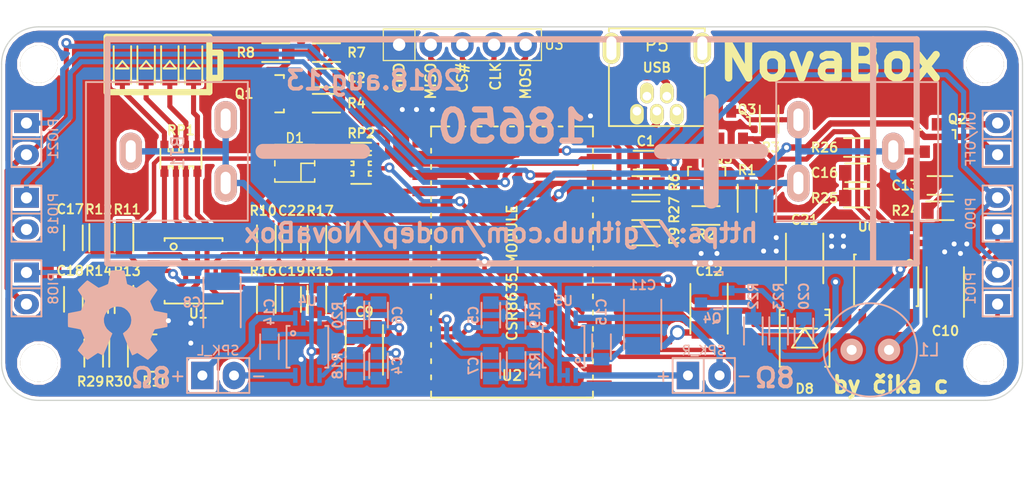
<source format=kicad_pcb>
(kicad_pcb (version 20171130) (host pcbnew "(5.0.0)")
  (layers (0 F.Cu signal) (31 B.Cu signal) (34 B.Paste user) (35 F.Paste user) (36 B.SilkS user) (37 F.SilkS user) (38 B.Mask user) (39 F.Mask user) (44 Edge.Cuts user))
  (net 0 "")
  (net 1 +BATT)
  (net 2 "Net-(BT1-Pad2)")
  (net 3 CSR_RST)
  (net 4 GND)
  (net 5 "Net-(C2-Pad2)")
  (net 6 1V8)
  (net 7 "Net-(C4-Pad1)")
  (net 8 "Net-(C4-Pad2)")
  (net 9 "Net-(C5-Pad1)")
  (net 10 "Net-(C5-Pad2)")
  (net 11 "Net-(C6-Pad1)")
  (net 12 "Net-(C6-Pad2)")
  (net 13 "Net-(C7-Pad1)")
  (net 14 "Net-(C7-Pad2)")
  (net 15 +5V)
  (net 16 /FB)
  (net 17 "Net-(D1-Pad1)")
  (net 18 "Net-(D4-Pad2)")
  (net 19 "Net-(D5-Pad2)")
  (net 20 "Net-(D6-Pad2)")
  (net 21 "Net-(D7-Pad2)")
  (net 22 /SW)
  (net 23 "Net-(Q1-Pad1)")
  (net 24 PWER_E)
  (net 25 LED2)
  (net 26 LED1)
  (net 27 LED0)
  (net 28 "Net-(R9-Pad2)")
  (net 29 "Net-(RP1-Pad1)")
  (net 30 "Net-(RP1-Pad2)")
  (net 31 "Net-(RP1-Pad3)")
  (net 32 "Net-(RP1-Pad4)")
  (net 33 "Net-(S1-Pad1)")
  (net 34 "Net-(S1-Pad2)")
  (net 35 "Net-(S2-Pad1)")
  (net 36 "Net-(S2-Pad2)")
  (net 37 "Net-(U2-Pad21)")
  (net 38 "Net-(U2-Pad22)")
  (net 39 "Net-(U2-Pad23)")
  (net 40 "Net-(U2-Pad24)")
  (net 41 SPI_PCM)
  (net 42 BTLP)
  (net 43 BTRP)
  (net 44 BTLN)
  (net 45 BTRN)
  (net 46 "Net-(C17-Pad1)")
  (net 47 "Net-(C18-Pad1)")
  (net 48 "Net-(C19-Pad1)")
  (net 49 2V5)
  (net 50 VBUS)
  (net 51 "Net-(D1-Pad3)")
  (net 52 "Net-(D1-Pad4)")
  (net 53 "Net-(C20-Pad1)")
  (net 54 "Net-(Q2-Pad3)")
  (net 55 PIO18)
  (net 56 PIO21)
  (net 57 PIO8)
  (net 58 PIO0)
  (net 59 PIO1)
  (net 60 "Net-(C13-Pad1)")
  (net 61 "Net-(Q4-Pad3)")
  (net 62 "Net-(R23-Pad1)")
  (net 63 /D-)
  (net 64 /D+)
  (net 65 VR_SHDN)
  (net 66 "Net-(C3-Pad2)")
  (net 67 "Net-(C22-Pad1)")
  (net 68 "Net-(Q3-Pad1)")
  (module NovaBox:MountingHole (layer F.Cu) (at 138 77)
    (fp_text reference P3 hide)
    (fp_text value MH hide)
    (pad 1 thru_hole circle (at 0 0) (size 3 3) (drill 3) (layers *.Cu *.Mask F.SilkS))
  )
  (module NovaBox:Batt_Holder_18650 (layer B.Cu) (at 100 60 180)
    (fp_text reference BT1 (at 26.848 -0.071 270) (layer B.SilkS) (effects (justify mirror)))
    (fp_text value 18650 (at 0 2 180) (layer B.SilkS) (effects (font (size 2.5 2.5) (thickness 0.5)) (justify mirror)))
    (pad 1 thru_hole oval (at -23 2.54 180) (size 1.8 3) (drill oval 0.8 1.8) (layers *.Cu *.Mask B.SilkS) (net 1 +BATT))
    (pad 1 thru_hole oval (at -23 -2.54 180) (size 1.8 3) (drill oval 0.8 1.8) (layers *.Cu *.Mask B.SilkS) (net 1 +BATT))
    (pad 1 thru_hole oval (at -30.62 0 180) (size 1.8 3) (drill oval 0.8 1.8) (layers *.Cu *.Mask B.SilkS) (net 1 +BATT))
    (pad 2 thru_hole oval (at 23 2.54 180) (size 1.8 3) (drill oval 0.8 1.8) (layers *.Cu *.Mask B.SilkS) (net 2 "Net-(BT1-Pad2)"))
    (pad 2 thru_hole oval (at 23 -2.54 180) (size 1.8 3) (drill oval 0.8 1.8) (layers *.Cu *.Mask B.SilkS) (net 2 "Net-(BT1-Pad2)"))
    (pad 2 thru_hole oval (at 30.62 0 180) (size 1.8 3) (drill oval 0.8 1.8) (layers *.Cu *.Mask B.SilkS) (net 2 "Net-(BT1-Pad2)"))
  )
  (module NovaBox:COIL0608 (layer B.Cu) (at 128.778 75.946 180)
    (fp_text reference L1 (at -4.699 0 180) (layer B.SilkS) (effects (justify mirror)))
    (fp_text value 4.7uH)
    (pad 1 thru_hole circle (at 1.5 0 180) (size 1.8 1.8) (drill 0.8) (layers *.Cu *.Mask B.SilkS) (net 22 /SW))
    (pad 2 thru_hole circle (at -1.5 0 180) (size 1.8 1.8) (drill 0.8) (layers *.Cu *.Mask B.SilkS) (net 1 +BATT))
  )
  (module NovaBox:C_0805 (layer B.Cu) (at 80.518 75.692 270)
    (fp_text reference C14 (at -2.794 0 270) (layer B.SilkS) (effects (font (size 0.75 0.75)) (justify mirror)))
    (fp_text value 1uF)
    (pad 1 smd rect (at -1 0 270) (size 1 1.25) (layers B.Cu B.Paste B.Mask) (net 15 +5V))
    (pad 2 smd rect (at 1 0 270) (size 1 1.25) (layers B.Cu B.Paste B.Mask) (net 4 GND))
  )
  (module NovaBox:SOT-23 (layer F.Cu) (at 71.4 76.2 90)
    (fp_text reference D10 (at -2.286 0 180) (layer F.SilkS) (effects (font (size 0.75 0.75))))
    (fp_text value "Vref 2.5V")
    (pad 1 smd rect (at -0.95 1.1 90) (size 0.8 1) (layers F.Cu F.Paste F.Mask) (net 49 2V5))
    (pad 2 smd rect (at 0.95 1.1 90) (size 0.8 1) (layers F.Cu F.Paste F.Mask) (net 4 GND))
    (pad 3 smd rect (at 0 -1.1 90) (size 0.8 1) (layers F.Cu F.Paste F.Mask))
  )
  (module NovaBox:SOT-23 (layer F.Cu) (at 81.026 55.372 270)
    (fp_text reference Q1 (at 0 2.54) (layer F.SilkS) (effects (font (size 0.75 0.75))))
    (fp_text value MMBT3904)
    (pad 1 smd rect (at -0.95 1.1 270) (size 0.8 1) (layers F.Cu F.Paste F.Mask) (net 23 "Net-(Q1-Pad1)"))
    (pad 2 smd rect (at 0.95 1.1 270) (size 0.8 1) (layers F.Cu F.Paste F.Mask) (net 4 GND))
    (pad 3 smd rect (at 0 -1.1 270) (size 0.8 1) (layers F.Cu F.Paste F.Mask) (net 24 PWER_E))
  )
  (module NovaBox:SOT-23 (layer F.Cu) (at 134.112 58.928)
    (fp_text reference Q2 (at 1.651 -1.524 180) (layer F.SilkS) (effects (font (size 0.75 0.75))))
    (fp_text value IRLML6344)
    (pad 1 smd rect (at -0.95 1.1) (size 0.8 1) (layers F.Cu F.Paste F.Mask) (net 1 +BATT))
    (pad 2 smd rect (at 0.95 1.1) (size 0.8 1) (layers F.Cu F.Paste F.Mask) (net 4 GND))
    (pad 3 smd rect (at 0 -1.1) (size 0.8 1) (layers F.Cu F.Paste F.Mask) (net 54 "Net-(Q2-Pad3)"))
  )
  (module NovaBox:Resistor_Array_x4_1206 (layer F.Cu) (at 73.406 60.595)
    (fp_text reference RP1 (at 0 -2.286 180) (layer F.SilkS) (effects (font (size 0.75 0.75))))
    (fp_text value R_Pack04 hide)
    (pad 8 smd rect (at -1.325 -1) (size 0.65 0.9) (layers F.Cu F.Paste F.Mask) (net 18 "Net-(D4-Pad2)"))
    (pad 7 smd rect (at -0.4 -1) (size 0.5 0.9) (layers F.Cu F.Paste F.Mask) (net 19 "Net-(D5-Pad2)"))
    (pad 6 smd rect (at 0.4 -1) (size 0.5 0.9) (layers F.Cu F.Paste F.Mask) (net 20 "Net-(D6-Pad2)"))
    (pad 5 smd rect (at 1.325 -1) (size 0.65 0.9) (layers F.Cu F.Paste F.Mask) (net 21 "Net-(D7-Pad2)"))
    (pad 1 smd rect (at -1.325 1) (size 0.65 0.9) (layers F.Cu F.Paste F.Mask) (net 29 "Net-(RP1-Pad1)"))
    (pad 2 smd rect (at -0.4 1) (size 0.5 0.9) (layers F.Cu F.Paste F.Mask) (net 30 "Net-(RP1-Pad2)"))
    (pad 3 smd rect (at 0.4 1) (size 0.5 0.9) (layers F.Cu F.Paste F.Mask) (net 31 "Net-(RP1-Pad3)"))
    (pad 4 smd rect (at 1.325 1) (size 0.65 0.9) (layers F.Cu F.Paste F.Mask) (net 32 "Net-(RP1-Pad4)"))
  )
  (module NovaBox:TSSOP-14_4.4x5mm_Pitch0.65mm (layer F.Cu) (at 74.422 69.596)
    (fp_text reference U1 (at 0.381 3.429) (layer F.SilkS) (effects (font (size 0.75 0.75))))
    (fp_text value MCP6004)
    (pad 1 smd rect (at -3.2 -1.95) (size 1 0.4) (layers F.Cu F.Paste F.Mask) (net 29 "Net-(RP1-Pad1)"))
    (pad 2 smd rect (at -3.2 -1.3) (size 1 0.4) (layers F.Cu F.Paste F.Mask) (net 49 2V5))
    (pad 3 smd rect (at -3.2 -0.65) (size 1 0.4) (layers F.Cu F.Paste F.Mask) (net 46 "Net-(C17-Pad1)"))
    (pad 4 smd rect (at -3.2 0) (size 1 0.4) (layers F.Cu F.Paste F.Mask) (net 15 +5V))
    (pad 5 smd rect (at -3.2 0.65) (size 1 0.4) (layers F.Cu F.Paste F.Mask) (net 47 "Net-(C18-Pad1)"))
    (pad 6 smd rect (at -3.2 1.3) (size 1 0.4) (layers F.Cu F.Paste F.Mask) (net 49 2V5))
    (pad 7 smd rect (at -3.2 1.95) (size 1 0.4) (layers F.Cu F.Paste F.Mask) (net 30 "Net-(RP1-Pad2)"))
    (pad 8 smd rect (at 3.2 1.95) (size 1 0.4) (layers F.Cu F.Paste F.Mask) (net 31 "Net-(RP1-Pad3)"))
    (pad 9 smd rect (at 3.2 1.3) (size 1 0.4) (layers F.Cu F.Paste F.Mask) (net 49 2V5))
    (pad 10 smd rect (at 3.2 0.65) (size 1 0.4) (layers F.Cu F.Paste F.Mask) (net 48 "Net-(C19-Pad1)"))
    (pad 11 smd rect (at 3.2 0) (size 1 0.4) (layers F.Cu F.Paste F.Mask) (net 4 GND))
    (pad 12 smd rect (at 3.2 -0.65) (size 1 0.4) (layers F.Cu F.Paste F.Mask) (net 67 "Net-(C22-Pad1)"))
    (pad 13 smd rect (at 3.2 -1.3) (size 1 0.4) (layers F.Cu F.Paste F.Mask) (net 49 2V5))
    (pad 14 smd rect (at 3.2 -1.95) (size 1 0.4) (layers F.Cu F.Paste F.Mask) (net 32 "Net-(RP1-Pad4)"))
  )
  (module NovaBox:CSR8635_MODULE (layer F.Cu) (at 100 58 180)
    (fp_text reference U2 (at 0 -20 180) (layer F.SilkS) (effects (font (size 0.8128 0.8128) (thickness 0.1524))))
    (fp_text value CSR8635_MODULE (at 0 -11.75 270) (layer F.SilkS) (effects (font (size 0.8128 0.8128) (thickness 0.1524))))
    (pad 1 smd rect (at -7 -20.8 180) (size 2 0.8) (layers F.Cu F.Paste F.Mask))
    (pad 2 smd rect (at -7 -19.5 180) (size 2 0.8) (layers F.Cu F.Paste F.Mask) (net 57 PIO8))
    (pad 3 smd rect (at -7 -18.2 180) (size 2 0.8) (layers F.Cu F.Paste F.Mask) (net 59 PIO1))
    (pad 4 smd rect (at -7 -16.9 180) (size 2 0.8) (layers F.Cu F.Paste F.Mask) (net 58 PIO0))
    (pad 5 smd rect (at -7 -15.6 180) (size 2 0.8) (layers F.Cu F.Paste F.Mask) (net 26 LED1))
    (pad 6 smd rect (at -7 -14.3 180) (size 2 0.8) (layers F.Cu F.Paste F.Mask))
    (pad 7 smd rect (at -7 -13 180) (size 2 0.8) (layers F.Cu F.Paste F.Mask))
    (pad 8 smd rect (at -7 -11.7 180) (size 2 0.8) (layers F.Cu F.Paste F.Mask))
    (pad 9 smd rect (at -7 -10.4 180) (size 2 0.8) (layers F.Cu F.Paste F.Mask))
    (pad 10 smd rect (at -7 -9.1 180) (size 2 0.8) (layers F.Cu F.Paste F.Mask) (net 6 1V8))
    (pad 11 smd rect (at -7 -7.8 180) (size 2 0.8) (layers F.Cu F.Paste F.Mask))
    (pad 12 smd rect (at -7 -6.5 180) (size 2 0.8) (layers F.Cu F.Paste F.Mask))
    (pad 13 smd rect (at -7 -5.2 180) (size 2 0.8) (layers F.Cu F.Paste F.Mask))
    (pad 14 smd rect (at -7 -3.9 180) (size 2 0.8) (layers F.Cu F.Paste F.Mask) (net 56 PIO21))
    (pad 15 smd rect (at -7 -2.6 180) (size 2 0.8) (layers F.Cu F.Paste F.Mask) (net 55 PIO18))
    (pad 16 smd rect (at -7 -1.3 180) (size 2 0.8) (layers F.Cu F.Paste F.Mask) (net 41 SPI_PCM))
    (pad 17 smd rect (at -4.55 0.5 270) (size 2 0.8) (layers F.Cu F.Paste F.Mask) (net 4 GND))
    (pad 18 smd rect (at -3.25 0.5 270) (size 2 0.8) (layers F.Cu F.Paste F.Mask) (net 64 /D+))
    (pad 19 smd rect (at -1.95 0.5 270) (size 2 0.8) (layers F.Cu F.Paste F.Mask) (net 63 /D-))
    (pad 20 smd rect (at -0.65 0.5 270) (size 2 0.8) (layers F.Cu F.Paste F.Mask) (net 3 CSR_RST))
    (pad 21 smd rect (at 0.65 0.5 270) (size 2 0.8) (layers F.Cu F.Paste F.Mask) (net 37 "Net-(U2-Pad21)"))
    (pad 22 smd rect (at 1.95 0.5 270) (size 2 0.8) (layers F.Cu F.Paste F.Mask) (net 38 "Net-(U2-Pad22)"))
    (pad 23 smd rect (at 3.25 0.5 270) (size 2 0.8) (layers F.Cu F.Paste F.Mask) (net 39 "Net-(U2-Pad23)"))
    (pad 24 smd rect (at 4.55 0.5 270) (size 2 0.8) (layers F.Cu F.Paste F.Mask) (net 40 "Net-(U2-Pad24)"))
    (pad 25 smd rect (at 7 -1.3 180) (size 2 0.8) (layers F.Cu F.Paste F.Mask) (net 50 VBUS))
    (pad 26 smd rect (at 7 -2.6 180) (size 2 0.8) (layers F.Cu F.Paste F.Mask) (net 4 GND))
    (pad 27 smd rect (at 7 -3.9 180) (size 2 0.8) (layers F.Cu F.Paste F.Mask) (net 1 +BATT))
    (pad 28 smd rect (at 7 -5.2 180) (size 2 0.8) (layers F.Cu F.Paste F.Mask) (net 27 LED0))
    (pad 29 smd rect (at 7 -6.5 180) (size 2 0.8) (layers F.Cu F.Paste F.Mask) (net 25 LED2))
    (pad 30 smd rect (at 7 -7.8 180) (size 2 0.8) (layers F.Cu F.Paste F.Mask) (net 24 PWER_E))
    (pad 31 smd rect (at 7 -9.1 180) (size 2 0.8) (layers F.Cu F.Paste F.Mask))
    (pad 32 smd rect (at 7 -10.4 180) (size 2 0.8) (layers F.Cu F.Paste F.Mask))
    (pad 33 smd rect (at 7 -11.7 180) (size 2 0.8) (layers F.Cu F.Paste F.Mask))
    (pad 34 smd rect (at 7 -13 180) (size 2 0.8) (layers F.Cu F.Paste F.Mask))
    (pad 35 smd rect (at 7 -14.3 180) (size 2 0.8) (layers F.Cu F.Paste F.Mask))
    (pad 36 smd rect (at 7 -15.6 180) (size 2 0.8) (layers F.Cu F.Paste F.Mask) (net 14 "Net-(C7-Pad2)"))
    (pad 37 smd rect (at 7 -16.9 180) (size 2 0.8) (layers F.Cu F.Paste F.Mask) (net 10 "Net-(C5-Pad2)"))
    (pad 38 smd rect (at 7 -18.2 180) (size 2 0.8) (layers F.Cu F.Paste F.Mask) (net 12 "Net-(C6-Pad2)"))
    (pad 39 smd rect (at 7 -19.5 180) (size 2 0.8) (layers F.Cu F.Paste F.Mask) (net 8 "Net-(C4-Pad2)"))
    (pad 40 smd rect (at 7 -20.8 180) (size 2 0.8) (layers F.Cu F.Paste F.Mask) (net 4 GND))
  )
  (module NovaBox:MSOP-8_0.65mmPitch (layer B.Cu) (at 83.566 75.692 270)
    (fp_text reference U4 (at -3.683 0 180) (layer B.SilkS) (effects (font (size 0.75 0.75)) (justify mirror)))
    (fp_text value PAM8304)
    (pad 1 smd rect (at -2.3 0.975 270) (size 1.2 0.35) (layers B.Cu B.Paste B.Mask) (net 33 "Net-(S1-Pad1)"))
    (pad 2 smd rect (at -2.3 0.325 270) (size 1.2 0.35) (layers B.Cu B.Paste B.Mask) (net 15 +5V))
    (pad 3 smd rect (at -2.3 -0.325 270) (size 1.2 0.35) (layers B.Cu B.Paste B.Mask) (net 15 +5V))
    (pad 4 smd rect (at -2.3 -0.975 270) (size 1.2 0.35) (layers B.Cu B.Paste B.Mask) (net 44 BTLN))
    (pad 5 smd rect (at 2.3 -0.975 270) (size 1.2 0.35) (layers B.Cu B.Paste B.Mask) (net 42 BTLP))
    (pad 6 smd rect (at 2.3 -0.325 270) (size 1.2 0.35) (layers B.Cu B.Paste B.Mask) (net 15 +5V))
    (pad 7 smd rect (at 2.3 0.325 270) (size 1.2 0.35) (layers B.Cu B.Paste B.Mask) (net 4 GND))
    (pad 8 smd rect (at 2.3 0.975 270) (size 1.2 0.35) (layers B.Cu B.Paste B.Mask) (net 34 "Net-(S1-Pad2)"))
  )
  (module NovaBox:MSOP-8_0.65mmPitch (layer B.Cu) (at 104.14 75.692 90)
    (fp_text reference U5 (at 3.683 0) (layer B.SilkS) (effects (font (size 0.75 0.75)) (justify mirror)))
    (fp_text value PAM8304)
    (pad 1 smd rect (at -2.3 0.975 90) (size 1.2 0.35) (layers B.Cu B.Paste B.Mask) (net 35 "Net-(S2-Pad1)"))
    (pad 2 smd rect (at -2.3 0.325 90) (size 1.2 0.35) (layers B.Cu B.Paste B.Mask) (net 15 +5V))
    (pad 3 smd rect (at -2.3 -0.325 90) (size 1.2 0.35) (layers B.Cu B.Paste B.Mask) (net 15 +5V))
    (pad 4 smd rect (at -2.3 -0.975 90) (size 1.2 0.35) (layers B.Cu B.Paste B.Mask) (net 45 BTRN))
    (pad 5 smd rect (at 2.3 -0.975 90) (size 1.2 0.35) (layers B.Cu B.Paste B.Mask) (net 43 BTRP))
    (pad 6 smd rect (at 2.3 -0.325 90) (size 1.2 0.35) (layers B.Cu B.Paste B.Mask) (net 15 +5V))
    (pad 7 smd rect (at 2.3 0.325 90) (size 1.2 0.35) (layers B.Cu B.Paste B.Mask) (net 4 GND))
    (pad 8 smd rect (at 2.3 0.975 90) (size 1.2 0.35) (layers B.Cu B.Paste B.Mask) (net 36 "Net-(S2-Pad2)"))
  )
  (module NovaBox:SOIC-8_3.9x4.9mm_Pitch1.27mm (layer F.Cu) (at 130.048 70.358 270)
    (fp_text reference U6 (at -4.318 1.524) (layer F.SilkS) (effects (font (size 0.75 0.75))))
    (fp_text value LT1308)
    (pad 1 smd rect (at -3 -1.905 270) (size 1.4 0.6) (layers F.Cu F.Paste F.Mask) (net 62 "Net-(R23-Pad1)"))
    (pad 2 smd rect (at -3 -0.635 270) (size 1.4 0.6) (layers F.Cu F.Paste F.Mask) (net 16 /FB))
    (pad 3 smd rect (at -3 0.635 270) (size 1.4 0.6) (layers F.Cu F.Paste F.Mask) (net 65 VR_SHDN))
    (pad 4 smd rect (at -3 1.905 270) (size 1.4 0.6) (layers F.Cu F.Paste F.Mask) (net 4 GND))
    (pad 5 smd rect (at 3 1.905 270) (size 1.4 0.6) (layers F.Cu F.Paste F.Mask) (net 22 /SW))
    (pad 6 smd rect (at 3 0.635 270) (size 1.4 0.6) (layers F.Cu F.Paste F.Mask) (net 1 +BATT))
    (pad 7 smd rect (at 3 -0.635 270) (size 1.4 0.6) (layers F.Cu F.Paste F.Mask))
    (pad 8 smd rect (at 3 -1.905 270) (size 1.4 0.6) (layers F.Cu F.Paste F.Mask))
  )
  (module NovaBox:SMB_403A (layer F.Cu) (at 123.5 75 270)
    (fp_text reference D8 (at 4.064 0) (layer F.SilkS) (effects (font (size 0.75 0.75))))
    (fp_text value MBRS130LT3)
    (pad 1 smd rect (at -2.21 0 270) (size 2.159 2.7432) (layers F.Cu F.Paste F.Mask) (net 15 +5V))
    (pad 2 smd rect (at 2.21 0 270) (size 2.159 2.749) (layers F.Cu F.Paste F.Mask) (net 22 /SW))
  )
  (module NovaBox:SPKR (layer B.Cu) (at 115.4 78 180)
    (fp_text reference S2 hide)
    (fp_text value SPK_R (at 0 2 180) (layer B.SilkS) (effects (font (size 0.75 0.75) (thickness 0.127)) (justify mirror)))
    (fp_text user - (at -3.25 0 180) (layer B.SilkS) (effects (justify mirror)))
    (fp_text user + (at 3.25 0 180) (layer B.SilkS) (effects (justify mirror)))
    (pad 1 thru_hole rect (at 1.27 0 180) (size 1.8 2.2) (drill 0.8) (layers *.Cu *.Mask) (net 35 "Net-(S2-Pad1)"))
    (pad 2 thru_hole oval (at -1.27 0 180) (size 1.8 2.2) (drill 0.8) (layers *.Cu *.Mask) (net 36 "Net-(S2-Pad2)"))
  )
  (module NovaBox:SPKR (layer B.Cu) (at 76.4 78 180)
    (fp_text reference S1 hide)
    (fp_text value SPK_L (at 0 2 180) (layer B.SilkS) (effects (font (size 0.75 0.75) (thickness 0.127)) (justify mirror)))
    (fp_text user - (at -3.25 0 180) (layer B.SilkS) (effects (justify mirror)))
    (fp_text user + (at 3.25 0 180) (layer B.SilkS) (effects (justify mirror)))
    (pad 1 thru_hole rect (at 1.27 0 180) (size 1.8 2.2) (drill 0.8) (layers *.Cu *.Mask) (net 33 "Net-(S1-Pad1)"))
    (pad 2 thru_hole oval (at -1.27 0 180) (size 1.8 2.2) (drill 0.8) (layers *.Cu *.Mask) (net 34 "Net-(S1-Pad2)"))
  )
  (module NovaBox:LED_0805 (layer F.Cu) (at 68.707 53.052 270)
    (fp_text reference D4)
    (fp_text value BATT_H hide)
    (pad 1 smd rect (at -1.05 0 270) (size 1.2 1.2) (layers F.Cu F.Paste F.Mask) (net 4 GND))
    (pad 2 smd rect (at 1.05 0 270) (size 1.2 1.2) (layers F.Cu F.Paste F.Mask) (net 18 "Net-(D4-Pad2)"))
  )
  (module NovaBox:LED_0805 (layer F.Cu) (at 70.612 53.052 270)
    (fp_text reference D5)
    (fp_text value BATT_M hide)
    (pad 1 smd rect (at -1.05 0 270) (size 1.2 1.2) (layers F.Cu F.Paste F.Mask) (net 4 GND))
    (pad 2 smd rect (at 1.05 0 270) (size 1.2 1.2) (layers F.Cu F.Paste F.Mask) (net 19 "Net-(D5-Pad2)"))
  )
  (module NovaBox:LED_0805 (layer F.Cu) (at 72.517 53.052 270)
    (fp_text reference D6)
    (fp_text value BATT_L hide)
    (pad 1 smd rect (at -1.05 0 270) (size 1.2 1.2) (layers F.Cu F.Paste F.Mask) (net 4 GND))
    (pad 2 smd rect (at 1.05 0 270) (size 1.2 1.2) (layers F.Cu F.Paste F.Mask) (net 20 "Net-(D6-Pad2)"))
  )
  (module NovaBox:LED_0805 (layer F.Cu) (at 74.422 53.052 270)
    (fp_text reference D7)
    (fp_text value BATT_E hide)
    (pad 1 smd rect (at -1.05 0 270) (size 1.2 1.2) (layers F.Cu F.Paste F.Mask) (net 4 GND))
    (pad 2 smd rect (at 1.05 0 270) (size 1.2 1.2) (layers F.Cu F.Paste F.Mask) (net 21 "Net-(D7-Pad2)"))
  )
  (module NovaBox:CSR_DebugSmall (layer F.Cu) (at 96.012 51.435)
    (fp_text reference U3 (at 7.366 0 180) (layer F.SilkS) (effects (font (size 0.762 0.762) (thickness 0.127))))
    (fp_text value CSR_DebugSmall hide)
    (fp_text user MOSI (at 5.08 2.921 90) (layer F.SilkS) (effects (font (size 0.8128 0.8128) (thickness 0.1524))))
    (fp_text user CLK (at 2.667 2.54 90) (layer F.SilkS) (effects (font (size 0.8128 0.8128) (thickness 0.1524))))
    (fp_text user CS# (at 0 2.667 90) (layer F.SilkS) (effects (font (size 0.8128 0.8128) (thickness 0.1524))))
    (fp_text user MISO (at -2.54 2.921 90) (layer F.SilkS) (effects (font (size 0.8128 0.8128) (thickness 0.1524))))
    (fp_text user GND (at -5.08 2.667 90) (layer F.SilkS) (effects (font (size 0.8128 0.8128) (thickness 0.1524))))
    (pad 5 thru_hole rect (at -5.08 0) (size 1.8 2) (drill 1) (layers *.Cu *.Mask) (net 4 GND))
    (pad 4 thru_hole oval (at -2.54 0) (size 1.8 2) (drill 1) (layers *.Cu *.Mask) (net 40 "Net-(U2-Pad24)"))
    (pad 3 thru_hole oval (at 0 0) (size 1.8 2) (drill 1) (layers *.Cu *.Mask) (net 39 "Net-(U2-Pad23)"))
    (pad 2 thru_hole oval (at 2.54 0) (size 1.8 2) (drill 1) (layers *.Cu *.Mask) (net 38 "Net-(U2-Pad22)"))
    (pad 1 thru_hole oval (at 5.08 0) (size 1.8 2) (drill 1) (layers *.Cu *.Mask) (net 37 "Net-(U2-Pad21)"))
  )
  (module NovaBox:PLCC4 (layer F.Cu) (at 82.55 60.96 180)
    (fp_text reference D1 (at 0 2.032 180) (layer F.SilkS) (effects (font (size 0.762 0.762) (thickness 0.127))))
    (fp_text value LED_RABG hide)
    (pad 1 smd rect (at -1.5 -0.725 180) (size 1.4 0.9) (layers F.Cu F.Paste F.Mask) (net 17 "Net-(D1-Pad1)"))
    (pad 2 smd rect (at 1.5 -0.725 180) (size 1.4 0.9) (layers F.Cu F.Paste F.Mask) (net 1 +BATT))
    (pad 3 smd rect (at 1.5 0.725 180) (size 1.4 0.9) (layers F.Cu F.Paste F.Mask) (net 51 "Net-(D1-Pad3)"))
    (pad 4 smd rect (at -1.5 0.725 180) (size 1.4 0.9) (layers F.Cu F.Paste F.Mask) (net 52 "Net-(D1-Pad4)"))
  )
  (module NovaBox:Resistor_Array_x4_1206 (layer F.Cu) (at 87.884 60.96 90)
    (fp_text reference RP2 (at 2.413 0 180) (layer F.SilkS) (effects (font (size 0.75 0.75))))
    (fp_text value R_Pack04 hide)
    (pad 8 smd rect (at -1.325 -1 90) (size 0.65 0.9) (layers F.Cu F.Paste F.Mask) (net 17 "Net-(D1-Pad1)"))
    (pad 7 smd rect (at -0.4 -1 90) (size 0.5 0.9) (layers F.Cu F.Paste F.Mask) (net 52 "Net-(D1-Pad4)"))
    (pad 6 smd rect (at 0.4 -1 90) (size 0.5 0.9) (layers F.Cu F.Paste F.Mask))
    (pad 5 smd rect (at 1.325 -1 90) (size 0.65 0.9) (layers F.Cu F.Paste F.Mask) (net 51 "Net-(D1-Pad3)"))
    (pad 1 smd rect (at -1.325 1 90) (size 0.65 0.9) (layers F.Cu F.Paste F.Mask) (net 27 LED0))
    (pad 2 smd rect (at -0.4 1 90) (size 0.5 0.9) (layers F.Cu F.Paste F.Mask) (net 26 LED1))
    (pad 3 smd rect (at 0.4 1 90) (size 0.5 0.9) (layers F.Cu F.Paste F.Mask))
    (pad 4 smd rect (at 1.325 1 90) (size 0.65 0.9) (layers F.Cu F.Paste F.Mask) (net 25 LED2))
  )
  (module NovaBox:MountingHole (layer F.Cu) (at 62 77)
    (fp_text reference P1 hide)
    (fp_text value MH hide)
    (pad 1 thru_hole circle (at 0 0) (size 3 3) (drill 3) (layers *.Cu *.Mask F.SilkS))
  )
  (module NovaBox:MountingHole (layer F.Cu) (at 138 53)
    (fp_text reference P2 hide)
    (fp_text value MH hide)
    (pad 1 thru_hole circle (at 0 0) (size 3 3) (drill 3) (layers *.Cu *.Mask F.SilkS))
  )
  (module NovaBox:MountingHole (layer F.Cu) (at 62 53)
    (fp_text reference P4 hide)
    (fp_text value MH hide)
    (pad 1 thru_hole circle (at 0 0) (size 3 3) (drill 3) (layers *.Cu *.Mask F.SilkS))
  )
  (module NovaBox:R_0805 (layer F.Cu) (at 85.09 56.134)
    (fp_text reference R4 (at 2.413 0) (layer F.SilkS) (effects (font (size 0.75 0.75))))
    (fp_text value 10K)
    (pad 1 smd rect (at -1 0) (size 1 1.3) (layers F.Cu F.Paste F.Mask) (net 24 PWER_E))
    (pad 2 smd rect (at 1 0) (size 1 1.3) (layers F.Cu F.Paste F.Mask) (net 1 +BATT))
  )
  (module NovaBox:R_0805 (layer F.Cu) (at 110.76 62.738 180)
    (fp_text reference R6 (at -2.27 0.254 270) (layer F.SilkS) (effects (font (size 0.75 0.75))))
    (fp_text value 10K)
    (pad 1 smd rect (at -1 0 180) (size 1 1.3) (layers F.Cu F.Paste F.Mask) (net 6 1V8))
    (pad 2 smd rect (at 1 0 180) (size 1 1.3) (layers F.Cu F.Paste F.Mask) (net 3 CSR_RST))
  )
  (module NovaBox:R_0805 (layer F.Cu) (at 85.09 52.07)
    (fp_text reference R7 (at 2.413 0) (layer F.SilkS) (effects (font (size 0.75 0.75))))
    (fp_text value 1K)
    (pad 1 smd rect (at -1 0) (size 1 1.3) (layers F.Cu F.Paste F.Mask) (net 23 "Net-(Q1-Pad1)"))
    (pad 2 smd rect (at 1 0) (size 1 1.3) (layers F.Cu F.Paste F.Mask) (net 5 "Net-(C2-Pad2)"))
  )
  (module NovaBox:R_0805 (layer F.Cu) (at 81.026 52.07)
    (fp_text reference R8 (at -2.413 0) (layer F.SilkS) (effects (font (size 0.75 0.75))))
    (fp_text value 10K)
    (pad 1 smd rect (at -1 0) (size 1 1.3) (layers F.Cu F.Paste F.Mask) (net 4 GND))
    (pad 2 smd rect (at 1 0) (size 1 1.3) (layers F.Cu F.Paste F.Mask) (net 23 "Net-(Q1-Pad1)"))
  )
  (module NovaBox:R_0805 (layer F.Cu) (at 110.76 66.802)
    (fp_text reference R9 (at 2.27 0 90) (layer F.SilkS) (effects (font (size 0.75 0.75))))
    (fp_text value 1K)
    (pad 1 smd rect (at -1 0) (size 1 1.3) (layers F.Cu F.Paste F.Mask) (net 6 1V8))
    (pad 2 smd rect (at 1 0) (size 1 1.3) (layers F.Cu F.Paste F.Mask) (net 28 "Net-(R9-Pad2)"))
  )
  (module NovaBox:R_0805 (layer F.Cu) (at 80.264 67.04 90)
    (fp_text reference R10 (at 2.27 -0.254 -180) (layer F.SilkS) (effects (font (size 0.75 0.75))))
    (fp_text value 180K)
    (pad 1 smd rect (at -1 0 90) (size 1 1.3) (layers F.Cu F.Paste F.Mask) (net 67 "Net-(C22-Pad1)"))
    (pad 2 smd rect (at 1 0 90) (size 1 1.3) (layers F.Cu F.Paste F.Mask) (net 1 +BATT))
  )
  (module NovaBox:R_0805 (layer F.Cu) (at 68.834 66.945 90)
    (fp_text reference R11 (at 2.286 0.254 180) (layer F.SilkS) (effects (font (size 0.75 0.75))))
    (fp_text value 270K)
    (pad 1 smd rect (at -1 0 90) (size 1 1.3) (layers F.Cu F.Paste F.Mask) (net 46 "Net-(C17-Pad1)"))
    (pad 2 smd rect (at 1 0 90) (size 1 1.3) (layers F.Cu F.Paste F.Mask) (net 1 +BATT))
  )
  (module NovaBox:R_0805 (layer F.Cu) (at 66.802 66.945 90)
    (fp_text reference R12 (at 2.286 0 180) (layer F.SilkS) (effects (font (size 0.75 0.75))))
    (fp_text value 510K)
    (pad 1 smd rect (at -1 0 90) (size 1 1.3) (layers F.Cu F.Paste F.Mask) (net 46 "Net-(C17-Pad1)"))
    (pad 2 smd rect (at 1 0 90) (size 1 1.3) (layers F.Cu F.Paste F.Mask) (net 4 GND))
  )
  (module NovaBox:R_0805 (layer F.Cu) (at 68.834 71.898 270)
    (fp_text reference R13 (at -2.286 -0.254) (layer F.SilkS) (effects (font (size 0.75 0.75))))
    (fp_text value 220K)
    (pad 1 smd rect (at -1 0 270) (size 1 1.3) (layers F.Cu F.Paste F.Mask) (net 47 "Net-(C18-Pad1)"))
    (pad 2 smd rect (at 1 0 270) (size 1 1.3) (layers F.Cu F.Paste F.Mask) (net 1 +BATT))
  )
  (module NovaBox:R_0805 (layer F.Cu) (at 66.802 71.882 270)
    (fp_text reference R14 (at -2.286 0) (layer F.SilkS) (effects (font (size 0.75 0.75))))
    (fp_text value 510K)
    (pad 1 smd rect (at -1 0 270) (size 1 1.3) (layers F.Cu F.Paste F.Mask) (net 47 "Net-(C18-Pad1)"))
    (pad 2 smd rect (at 1 0 270) (size 1 1.3) (layers F.Cu F.Paste F.Mask) (net 4 GND))
  )
  (module NovaBox:R_0805 (layer F.Cu) (at 84.328 71.898 270)
    (fp_text reference R15 (at -2.302 -0.254) (layer F.SilkS) (effects (font (size 0.75 0.75))))
    (fp_text value 180K)
    (pad 1 smd rect (at -1 0 270) (size 1 1.3) (layers F.Cu F.Paste F.Mask) (net 48 "Net-(C19-Pad1)"))
    (pad 2 smd rect (at 1 0 270) (size 1 1.3) (layers F.Cu F.Paste F.Mask) (net 1 +BATT))
  )
  (module NovaBox:R_0805 (layer F.Cu) (at 80.264 71.882 270)
    (fp_text reference R16 (at -2.286 0.254) (layer F.SilkS) (effects (font (size 0.75 0.75))))
    (fp_text value 510K)
    (pad 1 smd rect (at -1 0 270) (size 1 1.3) (layers F.Cu F.Paste F.Mask) (net 48 "Net-(C19-Pad1)"))
    (pad 2 smd rect (at 1 0 270) (size 1 1.3) (layers F.Cu F.Paste F.Mask) (net 4 GND))
  )
  (module NovaBox:R_0805 (layer F.Cu) (at 84.328 67.072 90)
    (fp_text reference R17 (at 2.302 0.254 180) (layer F.SilkS) (effects (font (size 0.75 0.75))))
    (fp_text value 510K)
    (pad 1 smd rect (at -1 0 90) (size 1 1.3) (layers F.Cu F.Paste F.Mask) (net 67 "Net-(C22-Pad1)"))
    (pad 2 smd rect (at 1 0 90) (size 1 1.3) (layers F.Cu F.Paste F.Mask) (net 4 GND))
  )
  (module NovaBox:R_0805 (layer B.Cu) (at 87.376 77.216 90)
    (fp_text reference R18 (at 0 -1.397 90) (layer B.SilkS) (effects (font (size 0.75 0.75)) (justify mirror)))
    (fp_text value 10K)
    (pad 1 smd rect (at -1 0 90) (size 1 1.3) (layers B.Cu B.Paste B.Mask) (net 7 "Net-(C4-Pad1)"))
    (pad 2 smd rect (at 1 0 90) (size 1 1.3) (layers B.Cu B.Paste B.Mask) (net 42 BTLP))
  )
  (module NovaBox:R_0805 (layer B.Cu) (at 100.33 73.152 270)
    (fp_text reference R19 (at 0 -1.524 90) (layer B.SilkS) (effects (font (size 0.75 0.75)) (justify mirror)))
    (fp_text value 10K)
    (pad 1 smd rect (at -1 0 270) (size 1 1.3) (layers B.Cu B.Paste B.Mask) (net 9 "Net-(C5-Pad1)"))
    (pad 2 smd rect (at 1 0 270) (size 1 1.3) (layers B.Cu B.Paste B.Mask) (net 43 BTRP))
  )
  (module NovaBox:R_0805 (layer B.Cu) (at 87.376 73.152 270)
    (fp_text reference R20 (at 0 1.397 270) (layer B.SilkS) (effects (font (size 0.75 0.75)) (justify mirror)))
    (fp_text value 10K)
    (pad 1 smd rect (at -1 0 270) (size 1 1.3) (layers B.Cu B.Paste B.Mask) (net 11 "Net-(C6-Pad1)"))
    (pad 2 smd rect (at 1 0 270) (size 1 1.3) (layers B.Cu B.Paste B.Mask) (net 44 BTLN))
  )
  (module NovaBox:R_0805 (layer B.Cu) (at 100.33 77.216 90)
    (fp_text reference R21 (at 0 1.524 90) (layer B.SilkS) (effects (font (size 0.75 0.75)) (justify mirror)))
    (fp_text value 10K)
    (pad 1 smd rect (at -1 0 90) (size 1 1.3) (layers B.Cu B.Paste B.Mask) (net 13 "Net-(C7-Pad1)"))
    (pad 2 smd rect (at 1 0 90) (size 1 1.3) (layers B.Cu B.Paste B.Mask) (net 45 BTRN))
  )
  (module NovaBox:R_0805 (layer B.Cu) (at 119.38 74.422 270)
    (fp_text reference R22 (at -2.794 0 90) (layer B.SilkS) (effects (font (size 0.75 0.75)) (justify mirror)))
    (fp_text value 33K)
    (pad 1 smd rect (at -1 0 270) (size 1 1.3) (layers B.Cu B.Paste B.Mask) (net 53 "Net-(C20-Pad1)"))
    (pad 2 smd rect (at 1 0 270) (size 1 1.3) (layers B.Cu B.Paste B.Mask) (net 4 GND))
  )
  (module NovaBox:R_0805 (layer B.Cu) (at 121.412 74.422 90)
    (fp_text reference R23 (at 2.794 0 270) (layer B.SilkS) (effects (font (size 0.75 0.75)) (justify mirror)))
    (fp_text value 33K)
    (pad 1 smd rect (at -1 0 90) (size 1 1.3) (layers B.Cu B.Paste B.Mask) (net 62 "Net-(R23-Pad1)"))
    (pad 2 smd rect (at 1 0 90) (size 1 1.3) (layers B.Cu B.Paste B.Mask) (net 61 "Net-(Q4-Pad3)"))
  )
  (module NovaBox:R_0805 (layer F.Cu) (at 134.366 64.77 180)
    (fp_text reference R24 (at 2.794 0 180) (layer F.SilkS) (effects (font (size 0.75 0.75))))
    (fp_text value 47K)
    (pad 1 smd rect (at -1 0 180) (size 1 1.3) (layers F.Cu F.Paste F.Mask) (net 62 "Net-(R23-Pad1)"))
    (pad 2 smd rect (at 1 0 180) (size 1 1.3) (layers F.Cu F.Paste F.Mask) (net 60 "Net-(C13-Pad1)"))
  )
  (module NovaBox:R_0805 (layer F.Cu) (at 127.762 63.754)
    (fp_text reference R25 (at -2.667 0 180) (layer F.SilkS) (effects (font (size 0.75 0.75))))
    (fp_text value 316K)
    (pad 1 smd rect (at -1 0) (size 1 1.3) (layers F.Cu F.Paste F.Mask) (net 15 +5V))
    (pad 2 smd rect (at 1 0) (size 1 1.3) (layers F.Cu F.Paste F.Mask) (net 16 /FB))
  )
  (module NovaBox:R_0805 (layer F.Cu) (at 127.762 59.69 180)
    (fp_text reference R26 (at 2.667 0) (layer F.SilkS) (effects (font (size 0.75 0.75))))
    (fp_text value 100K)
    (pad 1 smd rect (at -1 0 180) (size 1 1.3) (layers F.Cu F.Paste F.Mask) (net 16 /FB))
    (pad 2 smd rect (at 1 0 180) (size 1 1.3) (layers F.Cu F.Paste F.Mask) (net 4 GND))
  )
  (module NovaBox:R_0805 (layer F.Cu) (at 110.744 64.77 180)
    (fp_text reference R27 (at -2.286 0.0635 270) (layer F.SilkS) (effects (font (size 0.75 0.75))))
    (fp_text value 10K)
    (pad 1 smd rect (at -1 0 180) (size 1 1.3) (layers F.Cu F.Paste F.Mask) (net 6 1V8))
    (pad 2 smd rect (at 1 0 180) (size 1 1.3) (layers F.Cu F.Paste F.Mask) (net 41 SPI_PCM))
  )
  (module NovaBox:R_0805 (layer F.Cu) (at 66.4 76.2 270)
    (fp_text reference R29 (at 2.286 0.254) (layer F.SilkS) (effects (font (size 0.75 0.75))))
    (fp_text value 10K)
    (pad 1 smd rect (at -1 0 270) (size 1 1.3) (layers F.Cu F.Paste F.Mask) (net 4 GND))
    (pad 2 smd rect (at 1 0 270) (size 1 1.3) (layers F.Cu F.Paste F.Mask) (net 49 2V5))
  )
  (module NovaBox:R_0805 (layer F.Cu) (at 68.4 76.2 90)
    (fp_text reference R30 (at -2.286 0 180) (layer F.SilkS) (effects (font (size 0.75 0.75))))
    (fp_text value 750)
    (pad 1 smd rect (at -1 0 90) (size 1 1.3) (layers F.Cu F.Paste F.Mask) (net 49 2V5))
    (pad 2 smd rect (at 1 0 90) (size 1 1.3) (layers F.Cu F.Paste F.Mask) (net 1 +BATT))
  )
  (module NovaBox:C_0805 (layer F.Cu) (at 82.296 71.898 270)
    (fp_text reference C19 (at -2.302 0) (layer F.SilkS) (effects (font (size 0.75 0.75))))
    (fp_text value 100nF)
    (pad 1 smd rect (at -1 0 270) (size 1 1.25) (layers F.Cu F.Paste F.Mask) (net 48 "Net-(C19-Pad1)"))
    (pad 2 smd rect (at 1 0 270) (size 1 1.25) (layers F.Cu F.Paste F.Mask) (net 4 GND))
  )
  (module NovaBox:C_0805 (layer F.Cu) (at 64.77 71.882 270)
    (fp_text reference C18 (at -2.286 0.254) (layer F.SilkS) (effects (font (size 0.75 0.75))))
    (fp_text value 100nF)
    (pad 1 smd rect (at -1 0 270) (size 1 1.25) (layers F.Cu F.Paste F.Mask) (net 47 "Net-(C18-Pad1)"))
    (pad 2 smd rect (at 1 0 270) (size 1 1.25) (layers F.Cu F.Paste F.Mask) (net 4 GND))
  )
  (module NovaBox:C_0805 (layer F.Cu) (at 64.77 66.945 90)
    (fp_text reference C17 (at 2.302 -0.254 180) (layer F.SilkS) (effects (font (size 0.75 0.75))))
    (fp_text value 100nF)
    (pad 1 smd rect (at -1 0 90) (size 1 1.25) (layers F.Cu F.Paste F.Mask) (net 46 "Net-(C17-Pad1)"))
    (pad 2 smd rect (at 1 0 90) (size 1 1.25) (layers F.Cu F.Paste F.Mask) (net 4 GND))
  )
  (module NovaBox:C_0805 (layer F.Cu) (at 127.762 61.722)
    (fp_text reference C16 (at -2.667 0 180) (layer F.SilkS) (effects (font (size 0.75 0.75))))
    (fp_text value 330pF)
    (pad 1 smd rect (at -1 0) (size 1 1.25) (layers F.Cu F.Paste F.Mask) (net 15 +5V))
    (pad 2 smd rect (at 1 0) (size 1 1.25) (layers F.Cu F.Paste F.Mask) (net 16 /FB))
  )
  (module NovaBox:C_0805 (layer B.Cu) (at 107.188 75.692 90)
    (fp_text reference C15 (at 2.794 0 90) (layer B.SilkS) (effects (font (size 0.75 0.75)) (justify mirror)))
    (fp_text value 1uF)
    (pad 1 smd rect (at -1 0 90) (size 1 1.25) (layers B.Cu B.Paste B.Mask) (net 15 +5V))
    (pad 2 smd rect (at 1 0 90) (size 1 1.25) (layers B.Cu B.Paste B.Mask) (net 4 GND))
  )
  (module NovaBox:C_0805 (layer F.Cu) (at 134.366 62.738 180)
    (fp_text reference C13 (at 2.794 0 180) (layer F.SilkS) (effects (font (size 0.75 0.75))))
    (fp_text value 100pF)
    (pad 1 smd rect (at -1 0 180) (size 1 1.25) (layers F.Cu F.Paste F.Mask) (net 60 "Net-(C13-Pad1)"))
    (pad 2 smd rect (at 1 0 180) (size 1 1.25) (layers F.Cu F.Paste F.Mask) (net 4 GND))
  )
  (module NovaBox:C_0805 (layer B.Cu) (at 98.298 77.216 90)
    (fp_text reference C7 (at 0 -1.397 270) (layer B.SilkS) (effects (font (size 0.75 0.75)) (justify mirror)))
    (fp_text value 1uF)
    (pad 1 smd rect (at -1 0 90) (size 1 1.25) (layers B.Cu B.Paste B.Mask) (net 13 "Net-(C7-Pad1)"))
    (pad 2 smd rect (at 1 0 90) (size 1 1.25) (layers B.Cu B.Paste B.Mask) (net 14 "Net-(C7-Pad2)"))
  )
  (module NovaBox:C_0805 (layer B.Cu) (at 89.281 73.152 270)
    (fp_text reference C6 (at 0 -1.524 270) (layer B.SilkS) (effects (font (size 0.75 0.75)) (justify mirror)))
    (fp_text value 1uF)
    (pad 1 smd rect (at -1 0 270) (size 1 1.25) (layers B.Cu B.Paste B.Mask) (net 11 "Net-(C6-Pad1)"))
    (pad 2 smd rect (at 1 0 270) (size 1 1.25) (layers B.Cu B.Paste B.Mask) (net 12 "Net-(C6-Pad2)"))
  )
  (module NovaBox:C_0805 (layer B.Cu) (at 98.298 73.152 270)
    (fp_text reference C5 (at 0 1.397 90) (layer B.SilkS) (effects (font (size 0.75 0.75)) (justify mirror)))
    (fp_text value 1uF)
    (pad 1 smd rect (at -1 0 270) (size 1 1.25) (layers B.Cu B.Paste B.Mask) (net 9 "Net-(C5-Pad1)"))
    (pad 2 smd rect (at 1 0 270) (size 1 1.25) (layers B.Cu B.Paste B.Mask) (net 10 "Net-(C5-Pad2)"))
  )
  (module NovaBox:C_0805 (layer B.Cu) (at 89.281 77.216 90)
    (fp_text reference C4 (at 0 1.5 90) (layer B.SilkS) (effects (font (size 0.75 0.75)) (justify mirror)))
    (fp_text value 1uF)
    (pad 1 smd rect (at -1 0 90) (size 1 1.25) (layers B.Cu B.Paste B.Mask) (net 7 "Net-(C4-Pad1)"))
    (pad 2 smd rect (at 1 0 90) (size 1 1.25) (layers B.Cu B.Paste B.Mask) (net 8 "Net-(C4-Pad2)"))
  )
  (module NovaBox:C_0805 (layer F.Cu) (at 85.09 54.102 180)
    (fp_text reference C2 (at -2.413 0 180) (layer F.SilkS) (effects (font (size 0.75 0.75))))
    (fp_text value 1uF)
    (pad 1 smd rect (at -1 0 180) (size 1 1.25) (layers F.Cu F.Paste F.Mask) (net 1 +BATT))
    (pad 2 smd rect (at 1 0 180) (size 1 1.25) (layers F.Cu F.Paste F.Mask) (net 5 "Net-(C2-Pad2)"))
  )
  (module NovaBox:C_0805 (layer F.Cu) (at 110.76 60.706)
    (fp_text reference C1 (at -0.016 -1.524) (layer F.SilkS) (effects (font (size 0.75 0.75))))
    (fp_text value 100nF)
    (pad 1 smd rect (at -1 0) (size 1 1.25) (layers F.Cu F.Paste F.Mask) (net 3 CSR_RST))
    (pad 2 smd rect (at 1 0) (size 1 1.25) (layers F.Cu F.Paste F.Mask) (net 4 GND))
  )
  (module NovaBox:C_1210 (layer F.Cu) (at 115.824 72.644 90)
    (fp_text reference C12 (at 3.048 0 180) (layer F.SilkS) (effects (font (size 0.75 0.75))))
    (fp_text value 47uF)
    (pad 1 smd rect (at -1.7 0 90) (size 1.4 2.8) (layers F.Cu F.Paste F.Mask) (net 15 +5V))
    (pad 2 smd rect (at 1.7 0 90) (size 1.4 2.8) (layers F.Cu F.Paste F.Mask) (net 4 GND))
  )
  (module NovaBox:C_1210 (layer B.Cu) (at 110.49 73.914 90)
    (fp_text reference C11 (at 3.175 0) (layer B.SilkS) (effects (font (size 0.75 0.75)) (justify mirror)))
    (fp_text value 47uF)
    (pad 1 smd rect (at -1.7 0 90) (size 1.4 2.8) (layers B.Cu B.Paste B.Mask) (net 15 +5V))
    (pad 2 smd rect (at 1.7 0 90) (size 1.4 2.8) (layers B.Cu B.Paste B.Mask) (net 4 GND))
  )
  (module NovaBox:C_1210 (layer F.Cu) (at 88.138 75.946 270)
    (fp_text reference C9 (at -3.048 0) (layer F.SilkS) (effects (font (size 0.75 0.75))))
    (fp_text value 47uF)
    (pad 1 smd rect (at -1.7 0 270) (size 1.4 2.8) (layers F.Cu F.Paste F.Mask) (net 15 +5V))
    (pad 2 smd rect (at 1.7 0 270) (size 1.4 2.8) (layers F.Cu F.Paste F.Mask) (net 4 GND))
  )
  (module NovaBox:C_1210 (layer B.Cu) (at 76.708 72.136 270)
    (fp_text reference C8 (at 0 2.413 180) (layer B.SilkS) (effects (font (size 0.75 0.75)) (justify mirror)))
    (fp_text value 47uF hide)
    (pad 1 smd rect (at -1.7 0 270) (size 1.4 2.8) (layers B.Cu B.Paste B.Mask) (net 15 +5V))
    (pad 2 smd rect (at 1.7 0 270) (size 1.4 2.8) (layers B.Cu B.Paste B.Mask) (net 4 GND))
  )
  (module NovaBox:C_0805 (layer B.Cu) (at 123.444 74.422 270)
    (fp_text reference C20 (at -2.794 0 90) (layer B.SilkS) (effects (font (size 0.75 0.75)) (justify mirror)))
    (fp_text value 33nF)
    (pad 1 smd rect (at -1 0 270) (size 1 1.25) (layers B.Cu B.Paste B.Mask) (net 53 "Net-(C20-Pad1)"))
    (pad 2 smd rect (at 1 0 270) (size 1 1.25) (layers B.Cu B.Paste B.Mask) (net 15 +5V))
  )
  (module NovaBox:R_0805 (layer F.Cu) (at 118.872 63.77 90)
    (fp_text reference R1 (at 2.27 0 -180) (layer F.SilkS) (effects (font (size 0.75 0.75))))
    (fp_text value 10K)
    (pad 1 smd rect (at -1 0 90) (size 1 1.3) (layers F.Cu F.Paste F.Mask) (net 1 +BATT))
    (pad 2 smd rect (at 1 0 90) (size 1 1.3) (layers F.Cu F.Paste F.Mask) (net 68 "Net-(Q3-Pad1)"))
  )
  (module NovaBox:R_0805 (layer F.Cu) (at 115.57 65.151 180)
    (fp_text reference R2 (at 0 -1.524) (layer F.SilkS) (effects (font (size 0.75 0.75))))
    (fp_text value 10K)
    (pad 1 smd rect (at -1 0 180) (size 1 1.3) (layers F.Cu F.Paste F.Mask) (net 66 "Net-(C3-Pad2)"))
    (pad 2 smd rect (at 1 0 180) (size 1 1.3) (layers F.Cu F.Paste F.Mask) (net 6 1V8))
  )
  (module NovaBox:C_1210 (layer F.Cu) (at 134.8 71.3 90)
    (fp_text reference C10 (at -3.122 0.0105 180) (layer F.SilkS) (effects (font (size 0.75 0.75))))
    (fp_text value 47uF)
    (pad 1 smd rect (at -1.7 0 90) (size 1.4 2.8) (layers F.Cu F.Paste F.Mask) (net 1 +BATT))
    (pad 2 smd rect (at 1.7 0 90) (size 1.4 2.8) (layers F.Cu F.Paste F.Mask) (net 4 GND))
  )
  (module NovaBox:C_1210 (layer F.Cu) (at 123.5 68.6 90)
    (fp_text reference C21 (at 3.1 0 180) (layer F.SilkS) (effects (font (size 0.75 0.75))))
    (fp_text value 47uF)
    (pad 1 smd rect (at -1.7 0 90) (size 1.4 2.8) (layers F.Cu F.Paste F.Mask) (net 15 +5V))
    (pad 2 smd rect (at 1.7 0 90) (size 1.4 2.8) (layers F.Cu F.Paste F.Mask) (net 4 GND))
  )
  (module NovaBox:SOT-23 (layer B.Cu) (at 116.2685 71.1835 90)
    (fp_text reference Q4 (at -2.2225 -0.1905 180) (layer B.SilkS) (effects (font (size 0.75 0.75)) (justify mirror)))
    (fp_text value MMBT3904)
    (pad 1 smd rect (at -0.95 -1.1 90) (size 0.8 1) (layers B.Cu B.Paste B.Mask) (net 53 "Net-(C20-Pad1)"))
    (pad 2 smd rect (at 0.95 -1.1 90) (size 0.8 1) (layers B.Cu B.Paste B.Mask) (net 4 GND))
    (pad 3 smd rect (at 0 1.1 90) (size 0.8 1) (layers B.Cu B.Paste B.Mask) (net 61 "Net-(Q4-Pad3)"))
  )
  (module NovaBox:R_0805 (layer F.Cu) (at 120.65 57.42 90)
    (fp_text reference R3 (at -2.27 0.127 -180) (layer F.SilkS) (effects (font (size 0.75 0.75))))
    (fp_text value 10K)
    (pad 1 smd rect (at -1 0 90) (size 1 1.3) (layers F.Cu F.Paste F.Mask) (net 65 VR_SHDN))
    (pad 2 smd rect (at 1 0 90) (size 1 1.3) (layers F.Cu F.Paste F.Mask) (net 4 GND))
  )
  (module NovaBox:USB_MiniB_THT (layer F.Cu) (at 111.633 56.769 270)
    (fp_text reference P5 (at -5.3 0) (layer F.SilkS))
    (fp_text value USB (at -3.5 0) (layer F.SilkS) (effects (font (size 0.75 0.75))))
    (pad 1 thru_hole oval (at 0 -1.6) (size 1.1 1.65) (drill 0.7 (offset 0 0.25)) (layers *.Cu *.Mask F.SilkS) (net 50 VBUS))
    (pad 2 thru_hole oval (at -1.2 -0.8 180) (size 1.1 1.65) (drill 0.7 (offset 0 0.25)) (layers *.Cu *.Mask F.SilkS) (net 63 /D-))
    (pad 3 thru_hole oval (at 0 0) (size 1.1 1.65) (drill 0.7 (offset 0 0.25)) (layers *.Cu *.Mask F.SilkS) (net 64 /D+))
    (pad 4 thru_hole oval (at -1.2 0.8 180) (size 1.1 1.65) (drill 0.7 (offset 0 0.25)) (layers *.Cu *.Mask F.SilkS))
    (pad 5 thru_hole oval (at 0 1.6) (size 1.1 1.65) (drill 0.7 (offset 0 0.25)) (layers *.Cu *.Mask F.SilkS) (net 4 GND))
    (pad 6 thru_hole oval (at -5.05 3.65 270) (size 2.5 1.4) (drill oval 1.9 0.8) (layers *.Cu *.Mask F.SilkS))
    (pad 7 thru_hole oval (at -5.05 -3.65 270) (size 2.5 1.4) (drill oval 1.9 0.8) (layers *.Cu *.Mask F.SilkS))
  )
  (module NovaBox:Switch_2.5mm (layer B.Cu) (at 139 59 270)
    (fp_text reference SW6 hide)
    (fp_text value ON/OFF (at 0 2.159 270) (layer B.SilkS) (effects (font (size 0.75 0.75) (thickness 0.127)) (justify mirror)))
    (pad 1 thru_hole rect (at 1.27 0 270) (size 1.6 2) (drill 0.9) (layers *.Cu *.Mask) (net 2 "Net-(BT1-Pad2)"))
    (pad 2 thru_hole oval (at -1.27 0 270) (size 1.6 2) (drill 0.9) (layers *.Cu *.Mask) (net 54 "Net-(Q2-Pad3)"))
  )
  (module NovaBox:C_0805 (layer F.Cu) (at 82.296 67.056 90)
    (fp_text reference C22 (at 2.286 0 180) (layer F.SilkS) (effects (font (size 0.75 0.75))))
    (fp_text value 100nF)
    (pad 1 smd rect (at -1 0 90) (size 1 1.25) (layers F.Cu F.Paste F.Mask) (net 67 "Net-(C22-Pad1)"))
    (pad 2 smd rect (at 1 0 90) (size 1 1.25) (layers F.Cu F.Paste F.Mask) (net 4 GND))
  )
  (module NovaBox:SOT-23 (layer F.Cu) (at 117.602 57.8915)
    (fp_text reference Q3 (at 1.27 -1.2495 180) (layer F.SilkS) (effects (font (size 0.75 0.75))))
    (fp_text value IRLML6401)
    (pad 1 smd rect (at -0.95 1.1) (size 0.8 1) (layers F.Cu F.Paste F.Mask) (net 68 "Net-(Q3-Pad1)"))
    (pad 2 smd rect (at 0.95 1.1) (size 0.8 1) (layers F.Cu F.Paste F.Mask) (net 65 VR_SHDN))
    (pad 3 smd rect (at 0 -1.1) (size 0.8 1) (layers F.Cu F.Paste F.Mask) (net 1 +BATT))
  )
  (module NovaBox:SOT-23 (layer F.Cu) (at 115.636 61.892)
    (fp_text reference Q5 (at 1.331 -1.313 180) (layer F.SilkS) (effects (font (size 0.75 0.75))))
    (fp_text value MMBT3904)
    (pad 3 smd rect (at 0 -1.1) (size 0.8 1) (layers F.Cu F.Paste F.Mask) (net 68 "Net-(Q3-Pad1)"))
    (pad 2 smd rect (at 0.95 1.1) (size 0.8 1) (layers F.Cu F.Paste F.Mask) (net 4 GND))
    (pad 1 smd rect (at -0.95 1.1) (size 0.8 1) (layers F.Cu F.Paste F.Mask) (net 66 "Net-(C3-Pad2)"))
  )
  (module NovaBox:Switch_2.5mm (layer B.Cu) (at 61 65 90)
    (fp_text reference SW1 hide)
    (fp_text value PIO18 (at 0 2.159 90) (layer B.SilkS) (effects (font (size 0.75 0.75) (thickness 0.127)) (justify mirror)))
    (pad 1 thru_hole rect (at 1.27 0 90) (size 1.6 2) (drill 0.9) (layers *.Cu *.Mask) (net 55 PIO18))
    (pad 2 thru_hole oval (at -1.27 0 90) (size 1.6 2) (drill 0.9) (layers *.Cu *.Mask) (net 28 "Net-(R9-Pad2)"))
  )
  (module NovaBox:Switch_2.5mm (layer B.Cu) (at 61 59 90)
    (fp_text reference SW2 hide)
    (fp_text value PIO21 (at 0 2.159 90) (layer B.SilkS) (effects (font (size 0.75 0.75) (thickness 0.127)) (justify mirror)))
    (pad 2 thru_hole oval (at -1.27 0 90) (size 1.6 2) (drill 0.9) (layers *.Cu *.Mask) (net 28 "Net-(R9-Pad2)"))
    (pad 1 thru_hole rect (at 1.27 0 90) (size 1.6 2) (drill 0.9) (layers *.Cu *.Mask) (net 56 PIO21))
  )
  (module NovaBox:Switch_2.5mm (layer B.Cu) (at 61 71 90)
    (fp_text reference SW3 hide)
    (fp_text value PIO8 (at 0 2.159 90) (layer B.SilkS) (effects (font (size 0.75 0.75) (thickness 0.127)) (justify mirror)))
    (pad 1 thru_hole rect (at 1.27 0 90) (size 1.6 2) (drill 0.9) (layers *.Cu *.Mask) (net 57 PIO8))
    (pad 2 thru_hole oval (at -1.27 0 90) (size 1.6 2) (drill 0.9) (layers *.Cu *.Mask) (net 28 "Net-(R9-Pad2)"))
  )
  (module NovaBox:Switch_2.5mm (layer B.Cu) (at 139 65 270)
    (fp_text reference SW4 hide)
    (fp_text value PIO0 (at 0 2.159 270) (layer B.SilkS) (effects (font (size 0.75 0.75) (thickness 0.127)) (justify mirror)))
    (pad 2 thru_hole oval (at -1.27 0 270) (size 1.6 2) (drill 0.9) (layers *.Cu *.Mask) (net 28 "Net-(R9-Pad2)"))
    (pad 1 thru_hole rect (at 1.27 0 270) (size 1.6 2) (drill 0.9) (layers *.Cu *.Mask) (net 58 PIO0))
  )
  (module NovaBox:Switch_2.5mm (layer B.Cu) (at 139 71 270)
    (fp_text reference SW5 hide)
    (fp_text value PIO1 (at 0 2.159 270) (layer B.SilkS) (effects (font (size 0.75 0.75) (thickness 0.127)) (justify mirror)))
    (pad 1 thru_hole rect (at 1.27 0 270) (size 1.6 2) (drill 0.9) (layers *.Cu *.Mask) (net 59 PIO1))
    (pad 2 thru_hole oval (at -1.27 0 270) (size 1.6 2) (drill 0.9) (layers *.Cu *.Mask) (net 28 "Net-(R9-Pad2)"))
  )
  (module NovaBox:OSHW_8mm (layer B.Cu) (at 68.326 73.152 180)
    (fp_text reference G*** hide)
    (fp_text value OSHW-logo_silkscreen-front_8mm hide)
  )
  (gr_text https://github.com/nodep/NovaBox (at 99.1235 66.548) (layer B.SilkS) (effects (font (size 1.5 1.5) (thickness 0.3)) (justify mirror)))
  (gr_line (start 75.692 54.102) (end 76.581 54.102) (layer F.SilkS) (width 0.5))
  (gr_line (start 76.581 52.07) (end 75.692 52.07) (layer F.SilkS) (width 0.5))
  (gr_line (start 76.581 52.07) (end 76.581 54.102) (layer F.SilkS) (width 0.5))
  (gr_line (start 75.692 55.245) (end 75.692 50.8) (angle 90) (layer F.SilkS) (width 0.5))
  (gr_line (start 67.437 55.245) (end 75.692 55.245) (angle 90) (layer F.SilkS) (width 0.5))
  (gr_line (start 67.437 50.8) (end 67.437 55.245) (angle 90) (layer F.SilkS) (width 0.5))
  (gr_line (start 67.437 50.8) (end 75.692 50.8) (angle 90) (layer F.SilkS) (width 0.5))
  (gr_text "by čika c" (at 125.603 78.74) (layer F.SilkS) (effects (font (size 1.3 1.3) (thickness 0.3)) (justify left)))
  (gr_text 8Ω (at 121.1 78.2) (layer B.SilkS) (effects (font (size 1.5 1.5) (thickness 0.3)) (justify mirror)))
  (gr_text 8Ω (at 71 78.2) (layer B.SilkS) (effects (font (size 1.5 1.5) (thickness 0.3)) (justify mirror)))
  (gr_arc (start 138 53) (end 138 50) (angle 90) (layer Edge.Cuts) (width 0.1))
  (gr_arc (start 138 77) (end 141 77) (angle 90) (layer Edge.Cuts) (width 0.1))
  (gr_arc (start 62 77) (end 62 80) (angle 90) (layer Edge.Cuts) (width 0.1))
  (gr_arc (start 62 53) (end 59 53) (angle 90) (layer Edge.Cuts) (width 0.1))
  (gr_text 2018.aug.13 (at 88.9 54.2925) (layer B.SilkS) (effects (font (size 1.5 1.5) (thickness 0.3)) (justify mirror)))
  (gr_text NovaBox (at 116.332 52.832) (layer F.SilkS) (effects (font (size 2.8 2.8) (thickness 0.6)) (justify left)))
  (gr_line (start 59 53) (end 59 77) (angle 90) (layer Edge.Cuts) (width 0.1))
  (gr_line (start 138 80) (end 62 80) (angle 90) (layer Edge.Cuts) (width 0.1))
  (gr_line (start 141 53) (end 141 77) (angle 90) (layer Edge.Cuts) (width 0.1))
  (gr_line (start 62 50) (end 138 50) (angle 90) (layer Edge.Cuts) (width 0.1))
  (segment (start 130.62 60) (end 126.111 60) (width 0.508) (layer B.Cu) (net 1))
  (segment (start 130.62 60) (end 133.134 60) (width 0.508) (layer F.Cu) (net 1))
  (segment (start 133.134 60) (end 133.162 60.028) (width 0.508) (layer F.Cu) (net 1))
  (segment (start 130.648 60.028) (end 130.62 60) (width 0.508) (layer F.Cu) (net 1))
  (segment (start 130.62 60) (end 130.62 62.008) (width 0.508) (layer B.Cu) (net 1))
  (segment (start 130.62 62.008) (end 132.461 63.849) (width 0.508) (layer B.Cu) (net 1))
  (segment (start 130.62 59.575038) (end 130.62 60) (width 0.508) (layer F.Cu) (net 1))
  (segment (start 123 57.46) (end 123 60) (width 0.508) (layer B.Cu) (net 1))
  (segment (start 123 60) (end 123 62.54) (width 0.508) (layer B.Cu) (net 1))
  (segment (start 93 61.9) (end 96.317 61.9) (width 0.508) (layer F.Cu) (net 1))
  (segment (start 96.317 61.9) (end 98.6155 64.1985) (width 0.508) (layer F.Cu) (net 1))
  (segment (start 98.6155 64.1985) (end 102.997 64.1985) (width 0.508) (layer F.Cu) (net 1))
  (segment (start 102.997 64.1985) (end 103.759 63.4365) (width 0.508) (layer F.Cu) (net 1))
  (segment (start 104.158999 63.036501) (end 103.759 63.4365) (width 0.508) (layer B.Cu) (net 1))
  (segment (start 123 62.54) (end 104.6555 62.54) (width 0.508) (layer B.Cu) (net 1))
  (via (at 103.759 63.4365) (size 0.8) (drill 0.4) (layers F.Cu B.Cu) (net 1))
  (segment (start 86.09 56.134) (end 86.09 56.74) (width 0.4064) (layer F.Cu) (net 1))
  (segment (start 86.09 56.74) (end 87.8 58.45) (width 0.4064) (layer F.Cu) (net 1))
  (segment (start 87.8 58.45) (end 89.5 58.45) (width 0.4064) (layer F.Cu) (net 1))
  (segment (start 89.5 58.45) (end 90 58.95) (width 0.4064) (layer F.Cu) (net 1))
  (segment (start 90 58.95) (end 90 60) (width 0.4064) (layer F.Cu) (net 1))
  (segment (start 90 60) (end 91.9 61.9) (width 0.4064) (layer F.Cu) (net 1))
  (segment (start 91.9 61.9) (end 93 61.9) (width 0.4064) (layer F.Cu) (net 1))
  (segment (start 86.09 54.102) (end 86.09 55.1) (width 0.4064) (layer F.Cu) (net 1))
  (segment (start 86.09 55.1) (end 86.09 56.134) (width 0.4064) (layer F.Cu) (net 1))
  (segment (start 132.461 73.763) (end 130.278 75.946) (width 0.508) (layer B.Cu) (net 1))
  (segment (start 132.461 63.849) (end 132.461 73.763) (width 0.508) (layer B.Cu) (net 1))
  (segment (start 79.973 61.685) (end 81.05 61.685) (width 0.3048) (layer F.Cu) (net 1))
  (segment (start 79.756 61.468) (end 79.973 61.685) (width 0.3048) (layer F.Cu) (net 1))
  (segment (start 83.322918 55.1) (end 82.705918 54.483) (width 0.3048) (layer F.Cu) (net 1))
  (segment (start 86.09 55.1) (end 83.322918 55.1) (width 0.3048) (layer F.Cu) (net 1))
  (segment (start 82.705918 54.483) (end 81.474918 54.483) (width 0.3048) (layer F.Cu) (net 1))
  (segment (start 81.474918 54.483) (end 81.026 54.931918) (width 0.3048) (layer F.Cu) (net 1))
  (segment (start 81.026 54.931918) (end 81.026 58.42) (width 0.3048) (layer F.Cu) (net 1))
  (segment (start 81.026 58.42) (end 79.756 59.69) (width 0.3048) (layer F.Cu) (net 1))
  (segment (start 121.6936 57.46) (end 123 57.46) (width 0.4064) (layer F.Cu) (net 1))
  (segment (start 118.4084 56.7915) (end 119.0769 57.46) (width 0.4064) (layer F.Cu) (net 1))
  (segment (start 117.602 56.7915) (end 118.4084 56.7915) (width 0.4064) (layer F.Cu) (net 1))
  (segment (start 80.264 66.04) (end 80.264 64.262) (width 0.508) (layer F.Cu) (net 1))
  (segment (start 81.05 63.476) (end 81.05 61.685) (width 0.508) (layer F.Cu) (net 1))
  (segment (start 80.264 64.262) (end 81.05 63.476) (width 0.508) (layer F.Cu) (net 1))
  (segment (start 79.756 60.579) (end 79.756 61.468) (width 0.3048) (layer F.Cu) (net 1))
  (segment (start 79.756 59.69) (end 79.756 60.579) (width 0.3048) (layer F.Cu) (net 1))
  (segment (start 83.567802 63.476) (end 81.05 63.476) (width 0.3556) (layer F.Cu) (net 1))
  (segment (start 86.995 66.903198) (end 83.567802 63.476) (width 0.3556) (layer F.Cu) (net 1))
  (segment (start 86.995 71.374) (end 86.995 66.903198) (width 0.3556) (layer F.Cu) (net 1))
  (segment (start 84.328 72.898) (end 85.471 72.898) (width 0.3556) (layer F.Cu) (net 1))
  (segment (start 85.471 72.898) (end 86.995 71.374) (width 0.3556) (layer F.Cu) (net 1))
  (segment (start 68.453 75.147) (end 68.4 75.2) (width 0.508) (layer F.Cu) (net 1))
  (segment (start 68.453 74.295) (end 68.453 75.147) (width 0.508) (layer F.Cu) (net 1))
  (segment (start 68.834 72.898) (end 68.834 73.914) (width 0.508) (layer F.Cu) (net 1))
  (segment (start 68.834 73.914) (end 68.453 74.295) (width 0.508) (layer F.Cu) (net 1))
  (segment (start 68.684 65.945) (end 68.834 65.945) (width 0.3556) (layer F.Cu) (net 1))
  (segment (start 63.975198 66.929) (end 67.7 66.929) (width 0.3556) (layer F.Cu) (net 1))
  (segment (start 68.684 72.898) (end 67.549001 71.763001) (width 0.3556) (layer F.Cu) (net 1))
  (segment (start 68.834 72.898) (end 68.684 72.898) (width 0.3556) (layer F.Cu) (net 1))
  (segment (start 67.549001 71.763001) (end 63.840199 71.763001) (width 0.3556) (layer F.Cu) (net 1))
  (segment (start 63.840199 71.763001) (end 63.627 71.549802) (width 0.3556) (layer F.Cu) (net 1))
  (segment (start 63.627 71.549802) (end 63.627 67.277198) (width 0.3556) (layer F.Cu) (net 1))
  (segment (start 67.7 66.929) (end 68.684 65.945) (width 0.3556) (layer F.Cu) (net 1))
  (segment (start 63.627 67.277198) (end 63.975198 66.929) (width 0.3556) (layer F.Cu) (net 1))
  (segment (start 71.636198 60.579) (end 79.756 60.579) (width 0.3556) (layer F.Cu) (net 1))
  (segment (start 71.247 60.968198) (end 71.636198 60.579) (width 0.3556) (layer F.Cu) (net 1))
  (segment (start 71.247 64.897) (end 71.247 60.968198) (width 0.3556) (layer F.Cu) (net 1))
  (segment (start 68.834 65.945) (end 70.199 65.945) (width 0.3556) (layer F.Cu) (net 1))
  (segment (start 70.199 65.945) (end 71.247 64.897) (width 0.3556) (layer F.Cu) (net 1))
  (segment (start 119.0769 57.46) (end 121.6936 57.46) (width 0.4064) (layer F.Cu) (net 1))
  (segment (start 104.6555 62.54) (end 104.158999 63.036501) (width 0.508) (layer B.Cu) (net 1))
  (segment (start 126.111 60) (end 123 60) (width 0.508) (layer B.Cu) (net 1))
  (segment (start 121.737 62.54) (end 123 62.54) (width 0.4064) (layer F.Cu) (net 1))
  (segment (start 118.872 64.77) (end 119.507 64.77) (width 0.4064) (layer F.Cu) (net 1))
  (segment (start 119.507 64.77) (end 121.737 62.54) (width 0.4064) (layer F.Cu) (net 1))
  (segment (start 69.38 60) (end 77 60) (width 0.508) (layer B.Cu) (net 2))
  (segment (start 77 57.46) (end 77 60) (width 0.508) (layer B.Cu) (net 2))
  (segment (start 77 60) (end 77 62.54) (width 0.508) (layer B.Cu) (net 2))
  (segment (start 119.9515 61.7855) (end 121.647001 60.089999) (width 0.508) (layer B.Cu) (net 2))
  (segment (start 81.3365 65.4685) (end 99.75716 65.4685) (width 0.508) (layer B.Cu) (net 2))
  (segment (start 103.44016 61.7855) (end 119.9515 61.7855) (width 0.508) (layer B.Cu) (net 2))
  (segment (start 78.408 62.54) (end 81.3365 65.4685) (width 0.508) (layer B.Cu) (net 2))
  (segment (start 121.647001 60.089999) (end 122.047 59.69) (width 0.508) (layer B.Cu) (net 2))
  (segment (start 133.132826 58.837826) (end 132.054589 57.759589) (width 0.508) (layer F.Cu) (net 2))
  (segment (start 122.612685 59.69) (end 122.047 59.69) (width 0.508) (layer F.Cu) (net 2))
  (segment (start 123.653038 59.69) (end 122.612685 59.69) (width 0.508) (layer F.Cu) (net 2))
  (segment (start 139 60.27) (end 138.8 60.27) (width 0.508) (layer F.Cu) (net 2))
  (segment (start 77 62.54) (end 78.408 62.54) (width 0.508) (layer B.Cu) (net 2))
  (via (at 122.047 59.69) (size 0.8) (drill 0.4) (layers F.Cu B.Cu) (net 2))
  (segment (start 99.75716 65.4685) (end 103.44016 61.7855) (width 0.508) (layer B.Cu) (net 2))
  (segment (start 125.583449 57.759589) (end 123.653038 59.69) (width 0.508) (layer F.Cu) (net 2))
  (segment (start 132.054589 57.759589) (end 125.583449 57.759589) (width 0.508) (layer F.Cu) (net 2))
  (segment (start 138.8 60.27) (end 137.367826 58.837826) (width 0.508) (layer F.Cu) (net 2))
  (segment (start 137.367826 58.837826) (end 133.132826 58.837826) (width 0.508) (layer F.Cu) (net 2))
  (segment (start 100.65 57.5) (end 100.65 58.613) (width 0.4064) (layer F.Cu) (net 3))
  (segment (start 100.65 58.613) (end 101.137 59.1) (width 0.4064) (layer F.Cu) (net 3))
  (segment (start 101.137 59.1) (end 105.068478 59.1) (width 0.4064) (layer F.Cu) (net 3))
  (segment (start 105.068478 59.1) (end 105.748478 58.42) (width 0.4064) (layer F.Cu) (net 3))
  (segment (start 105.748478 58.42) (end 108.204 58.42) (width 0.4064) (layer F.Cu) (net 3))
  (segment (start 108.204 58.42) (end 109.744 59.96) (width 0.4064) (layer F.Cu) (net 3))
  (segment (start 109.744 59.96) (end 109.744 60.706) (width 0.4064) (layer F.Cu) (net 3))
  (segment (start 109.76 60.706) (end 109.76 62.738) (width 0.508) (layer F.Cu) (net 3))
  (segment (start 126.619 67.6275) (end 126.619 66.802) (width 0.508) (layer B.Cu) (net 4))
  (via (at 126.619 66.802) (size 0.8) (drill 0.4) (layers F.Cu B.Cu) (net 4))
  (segment (start 104.55 57.5) (end 105.949 57.5) (width 0.508) (layer F.Cu) (net 4))
  (segment (start 105.949 57.5) (end 106.299 57.15) (width 0.508) (layer F.Cu) (net 4))
  (via (at 106.299 57.15) (size 0.8) (drill 0.4) (layers F.Cu B.Cu) (net 4))
  (segment (start 83.065 76.708) (end 83.057976 76.708) (width 0.508) (layer B.Cu) (net 4))
  (segment (start 83.457975 77.107999) (end 83.057976 76.708) (width 0.508) (layer F.Cu) (net 4))
  (segment (start 83.241 77.992) (end 83.241 76.884) (width 0.3556) (layer B.Cu) (net 4))
  (segment (start 88.138 77.646) (end 83.995976 77.646) (width 0.508) (layer F.Cu) (net 4))
  (segment (start 83.058 76.708) (end 83.057976 76.708) (width 0.508) (layer B.Cu) (net 4))
  (segment (start 83.241 76.884) (end 83.065 76.708) (width 0.508) (layer B.Cu) (net 4))
  (segment (start 83.241 76.891) (end 83.058 76.708) (width 0.508) (layer B.Cu) (net 4))
  (via (at 83.057976 76.708) (size 0.8) (drill 0.4) (layers F.Cu B.Cu) (net 4))
  (segment (start 136.525 67.437) (end 135.509 67.437) (width 0.508) (layer F.Cu) (net 4))
  (segment (start 136.017 68.199) (end 136.017 67.945) (width 0.508) (layer B.Cu) (net 4))
  (segment (start 136.017 67.945) (end 136.525 67.437) (width 0.508) (layer B.Cu) (net 4))
  (via (at 136.525 67.437) (size 0.8) (drill 0.4) (layers F.Cu B.Cu) (net 4))
  (segment (start 135.509 67.437) (end 135.509 67.691) (width 0.508) (layer F.Cu) (net 4))
  (segment (start 135.509 67.691) (end 136.017 68.199) (width 0.508) (layer F.Cu) (net 4))
  (via (at 136.017 68.199) (size 0.8) (drill 0.4) (layers F.Cu B.Cu) (net 4))
  (segment (start 134.747 68.072) (end 134.874 68.072) (width 0.508) (layer B.Cu) (net 4))
  (segment (start 134.874 68.072) (end 135.509 67.437) (width 0.508) (layer B.Cu) (net 4))
  (via (at 135.509 67.437) (size 0.8) (drill 0.4) (layers F.Cu B.Cu) (net 4))
  (segment (start 134.8 69.6) (end 134.8 68.125) (width 0.508) (layer F.Cu) (net 4))
  (segment (start 134.8 68.125) (end 134.747 68.072) (width 0.508) (layer F.Cu) (net 4))
  (via (at 134.747 68.072) (size 0.8) (drill 0.4) (layers F.Cu B.Cu) (net 4))
  (segment (start 134.8 69.6) (end 134.8 69.416) (width 0.508) (layer F.Cu) (net 4))
  (segment (start 125.6665 67.6275) (end 126.619 67.6275) (width 0.508) (layer F.Cu) (net 4))
  (via (at 126.619 67.6275) (size 0.8) (drill 0.4) (layers F.Cu B.Cu) (net 4))
  (segment (start 125.6665 66.802) (end 125.6665 67.6275) (width 0.508) (layer B.Cu) (net 4))
  (via (at 125.6665 67.6275) (size 0.8) (drill 0.4) (layers F.Cu B.Cu) (net 4))
  (segment (start 125.5685 66.9) (end 125.6665 66.802) (width 0.508) (layer F.Cu) (net 4))
  (segment (start 123.5 66.9) (end 125.5685 66.9) (width 0.508) (layer F.Cu) (net 4))
  (via (at 125.6665 66.802) (size 0.8) (drill 0.4) (layers F.Cu B.Cu) (net 4))
  (segment (start 123.5 66.9) (end 121.2505 66.9) (width 0.508) (layer F.Cu) (net 4))
  (segment (start 121.2505 66.9) (end 121.2215 66.929) (width 0.508) (layer F.Cu) (net 4))
  (via (at 121.2215 66.929) (size 0.8) (drill 0.4) (layers F.Cu B.Cu) (net 4))
  (segment (start 91.186 56.8325) (end 91.186 56.642) (width 0.4064) (layer F.Cu) (net 4))
  (segment (start 91.1225 56.896) (end 91.186 56.8325) (width 0.4064) (layer F.Cu) (net 4))
  (segment (start 92.329 56.642) (end 91.186 56.642) (width 0.4064) (layer B.Cu) (net 4))
  (via (at 91.186 56.642) (size 0.8) (drill 0.4) (layers F.Cu B.Cu) (net 4))
  (segment (start 93.599 56.642) (end 92.329 56.642) (width 0.4064) (layer F.Cu) (net 4))
  (via (at 92.329 56.642) (size 0.8) (drill 0.4) (layers F.Cu B.Cu) (net 4))
  (via (at 93.599 56.642) (size 0.8) (drill 0.4) (layers F.Cu B.Cu) (net 4))
  (segment (start 91.1225 59.8805) (end 91.1225 56.896) (width 0.508) (layer F.Cu) (net 4))
  (segment (start 91.842 60.6) (end 91.1225 59.8805) (width 0.508) (layer F.Cu) (net 4))
  (segment (start 93 60.6) (end 91.842 60.6) (width 0.508) (layer F.Cu) (net 4))
  (via (at 120.2055 68.0085) (size 0.8) (drill 0.4) (layers F.Cu B.Cu) (net 4))
  (via (at 121.2215 68.00849) (size 0.8) (drill 0.4) (layers F.Cu B.Cu) (net 4))
  (segment (start 121.2215 66.929) (end 121.2215 68.00849) (width 0.508) (layer B.Cu) (net 4))
  (segment (start 120.2055 68.0085) (end 121.22149 68.0085) (width 0.508) (layer F.Cu) (net 4))
  (segment (start 121.22149 68.0085) (end 121.2215 68.00849) (width 0.508) (layer F.Cu) (net 4))
  (via (at 114.681 68.961) (size 0.8) (drill 0.4) (layers F.Cu B.Cu) (net 4))
  (via (at 115.951 68.961) (size 0.8) (drill 0.4) (layers F.Cu B.Cu) (net 4))
  (via (at 116.459 68.199) (size 0.8) (drill 0.4) (layers F.Cu B.Cu) (net 4))
  (via (at 115.189 68.199) (size 0.8) (drill 0.4) (layers F.Cu B.Cu) (net 4))
  (segment (start 116.459 68.199) (end 115.189 68.199) (width 0.508) (layer F.Cu) (net 4))
  (segment (start 114.681 68.961) (end 115.951 68.961) (width 0.508) (layer B.Cu) (net 4))
  (segment (start 115.951 68.961) (end 115.189 68.199) (width 0.508) (layer F.Cu) (net 4))
  (segment (start 115.824 70.104) (end 114.681 68.961) (width 0.508) (layer F.Cu) (net 4))
  (segment (start 115.824 70.944) (end 115.824 70.104) (width 0.508) (layer F.Cu) (net 4))
  (segment (start 83.995976 77.646) (end 83.457975 77.107999) (width 0.508) (layer F.Cu) (net 4))
  (via (at 74.2 75.39997) (size 0.8) (drill 0.4) (layers F.Cu B.Cu) (net 4))
  (via (at 72.4 73.6) (size 0.8) (drill 0.4) (layers F.Cu B.Cu) (net 4))
  (segment (start 74.2 75.39997) (end 74.2 74.8) (width 0.2032) (layer B.Cu) (net 4))
  (segment (start 73.199999 73.799999) (end 73 73.6) (width 0.2032) (layer B.Cu) (net 4))
  (segment (start 73 73.6) (end 72.965685 73.6) (width 0.2032) (layer B.Cu) (net 4))
  (segment (start 72.5 73.7) (end 72.4 73.6) (width 0.2032) (layer F.Cu) (net 4))
  (segment (start 74.2 74.8) (end 73.199999 73.799999) (width 0.2032) (layer B.Cu) (net 4))
  (segment (start 72.5 75.25) (end 72.5 73.7) (width 0.2032) (layer F.Cu) (net 4))
  (segment (start 72.965685 73.6) (end 72.4 73.6) (width 0.2032) (layer B.Cu) (net 4))
  (segment (start 74.236 73.836) (end 74.2 73.8) (width 0.4064) (layer B.Cu) (net 4))
  (segment (start 76.708 73.836) (end 74.236 73.836) (width 0.4064) (layer B.Cu) (net 4))
  (segment (start 74.2 73.8) (end 73.199999 73.799999) (width 0.2032) (layer B.Cu) (net 4))
  (via (at 74.2 73.8) (size 0.8) (drill 0.4) (layers F.Cu B.Cu) (net 4))
  (segment (start 86.09 52.07) (end 86.09 52.102) (width 0.508) (layer F.Cu) (net 5))
  (segment (start 86.09 52.102) (end 84.09 54.102) (width 0.508) (layer F.Cu) (net 5))
  (segment (start 84.09 54.102) (end 84.09 54.07) (width 0.4064) (layer F.Cu) (net 5))
  (segment (start 86.09 52.07) (end 86.09 51.92) (width 0.254) (layer F.Cu) (net 5))
  (segment (start 111.744 64.77) (end 111.744 64.92) (width 0.4064) (layer F.Cu) (net 6))
  (segment (start 111.76 64.754) (end 111.744 64.77) (width 0.508) (layer F.Cu) (net 6))
  (segment (start 111.76 62.738) (end 111.76 64.754) (width 0.508) (layer F.Cu) (net 6))
  (segment (start 108.287 67.1) (end 107 67.1) (width 0.508) (layer F.Cu) (net 6))
  (segment (start 109.76 66.802) (end 108.585 66.802) (width 0.508) (layer F.Cu) (net 6))
  (segment (start 108.585 66.802) (end 108.287 67.1) (width 0.508) (layer F.Cu) (net 6))
  (segment (start 111.744 64.818) (end 109.76 66.802) (width 0.508) (layer F.Cu) (net 6))
  (segment (start 111.744 64.77) (end 111.744 64.818) (width 0.508) (layer F.Cu) (net 6))
  (segment (start 109.76 67.469) (end 109.76 66.802) (width 0.4064) (layer F.Cu) (net 6))
  (segment (start 110.236 67.945) (end 109.76 67.469) (width 0.4064) (layer F.Cu) (net 6))
  (segment (start 112.8324 67.945) (end 110.236 67.945) (width 0.4064) (layer F.Cu) (net 6))
  (segment (start 114.57 65.151) (end 114.57 66.2074) (width 0.4064) (layer F.Cu) (net 6))
  (segment (start 114.57 66.2074) (end 112.8324 67.945) (width 0.4064) (layer F.Cu) (net 6))
  (segment (start 87.376 78.216) (end 89.281 78.216) (width 0.3556) (layer B.Cu) (net 7))
  (segment (start 90.678 76.5844) (end 90.678 76.2) (width 0.4064) (layer F.Cu) (net 8))
  (segment (start 93 77.5) (end 91.5936 77.5) (width 0.4064) (layer F.Cu) (net 8))
  (segment (start 91.5936 77.5) (end 90.678 76.5844) (width 0.4064) (layer F.Cu) (net 8))
  (segment (start 90.662 76.216) (end 90.678 76.2) (width 0.4064) (layer B.Cu) (net 8))
  (segment (start 89.281 76.216) (end 90.662 76.216) (width 0.4064) (layer B.Cu) (net 8))
  (via (at 90.678 76.2) (size 0.8) (drill 0.4) (layers F.Cu B.Cu) (net 8))
  (segment (start 100.076 72.152) (end 98.298 72.152) (width 0.4064) (layer B.Cu) (net 9))
  (segment (start 96.52 74.168) (end 95.788 74.9) (width 0.4064) (layer F.Cu) (net 10))
  (segment (start 95.788 74.9) (end 93 74.9) (width 0.4064) (layer F.Cu) (net 10))
  (segment (start 98.298 74.152) (end 96.536 74.152) (width 0.4064) (layer B.Cu) (net 10))
  (segment (start 96.536 74.152) (end 96.52 74.168) (width 0.4064) (layer B.Cu) (net 10))
  (via (at 96.52 74.168) (size 0.8) (drill 0.4) (layers F.Cu B.Cu) (net 10))
  (segment (start 93.03 74.93) (end 93 74.9) (width 0.4064) (layer F.Cu) (net 10))
  (segment (start 89.281 72.152) (end 87.376 72.152) (width 0.3556) (layer B.Cu) (net 11))
  (segment (start 93 76.2) (end 91.948 76.2) (width 0.4064) (layer F.Cu) (net 12))
  (segment (start 91.948 76.2) (end 90.932 75.184) (width 0.4064) (layer F.Cu) (net 12))
  (segment (start 90.932 75.184) (end 90.932 74.733685) (width 0.4064) (layer F.Cu) (net 12))
  (segment (start 90.916 74.152) (end 90.932 74.168) (width 0.4064) (layer B.Cu) (net 12))
  (segment (start 89.281 74.152) (end 90.916 74.152) (width 0.4064) (layer B.Cu) (net 12))
  (via (at 90.932 74.168) (size 0.8) (drill 0.4) (layers F.Cu B.Cu) (net 12))
  (segment (start 90.932 74.733685) (end 90.932 74.168) (width 0.4064) (layer F.Cu) (net 12))
  (segment (start 98.298 78.216) (end 100.076 78.216) (width 0.4064) (layer B.Cu) (net 13))
  (segment (start 98.298 76.216) (end 95.966 76.216) (width 0.4064) (layer B.Cu) (net 14))
  (segment (start 94.75 75) (end 94.75 73.49996) (width 0.4064) (layer B.Cu) (net 14))
  (segment (start 95.966 76.216) (end 94.75 75) (width 0.4064) (layer B.Cu) (net 14))
  (segment (start 93 73.6) (end 94.64996 73.6) (width 0.4064) (layer F.Cu) (net 14))
  (segment (start 94.64996 73.6) (end 94.75 73.49996) (width 0.4064) (layer F.Cu) (net 14))
  (via (at 94.75 73.49996) (size 0.8) (drill 0.4) (layers F.Cu B.Cu) (net 14))
  (segment (start 113.284 74.549) (end 115.619 74.549) (width 0.508) (layer F.Cu) (net 15))
  (segment (start 115.619 74.549) (end 115.824 74.344) (width 0.508) (layer F.Cu) (net 15))
  (segment (start 110.49 75.614) (end 112.219 75.614) (width 0.508) (layer B.Cu) (net 15))
  (segment (start 112.219 75.614) (end 113.284 74.549) (width 0.508) (layer B.Cu) (net 15))
  (via (at 113.284 74.549) (size 1.2) (drill 0.8) (layers F.Cu B.Cu) (net 15))
  (segment (start 123.444 75.422) (end 124.222 75.422) (width 0.508) (layer B.Cu) (net 15))
  (segment (start 124.222 75.422) (end 125.984 73.66) (width 0.508) (layer B.Cu) (net 15))
  (segment (start 125.984 73.66) (end 125.984 70.485) (width 0.508) (layer B.Cu) (net 15))
  (via (at 125.984 70.485) (size 0.8) (drill 0.4) (layers F.Cu B.Cu) (net 15))
  (segment (start 126.762 61.722) (end 126.762 63.754) (width 0.508) (layer F.Cu) (net 15))
  (segment (start 83.891 74.676) (end 83.891 76.073) (width 0.3556) (layer B.Cu) (net 15))
  (segment (start 83.891 76.073) (end 83.891 77.992) (width 0.3556) (layer B.Cu) (net 15))
  (via (at 83.891 76.073) (size 0.8) (drill 0.4) (layers F.Cu B.Cu) (net 15))
  (via (at 112.522 70.2945) (size 0.8) (drill 0.4) (layers F.Cu B.Cu) (net 15))
  (segment (start 103.759 70.2945) (end 112.522 70.2945) (width 0.508) (layer B.Cu) (net 15))
  (segment (start 103.759 70.2945) (end 86.106 70.2945) (width 0.508) (layer B.Cu) (net 15))
  (segment (start 103.815 73.392) (end 103.815 70.3505) (width 0.3556) (layer B.Cu) (net 15))
  (segment (start 103.815 70.3505) (end 103.759 70.2945) (width 0.3556) (layer B.Cu) (net 15))
  (segment (start 86.106 70.231) (end 86.106 70.2945) (width 0.4064) (layer B.Cu) (net 15))
  (segment (start 86.106 70.2945) (end 83.8835 70.2945) (width 0.508) (layer B.Cu) (net 15))
  (segment (start 83.8835 70.2945) (end 76.8495 70.2945) (width 0.508) (layer B.Cu) (net 15))
  (segment (start 83.891 73.392) (end 83.891 72.4364) (width 0.3556) (layer B.Cu) (net 15))
  (segment (start 83.891 72.4364) (end 83.8835 72.4289) (width 0.3556) (layer B.Cu) (net 15))
  (segment (start 83.8835 72.4289) (end 83.8835 70.2945) (width 0.3556) (layer B.Cu) (net 15))
  (segment (start 76.8495 70.2945) (end 76.708 70.436) (width 0.508) (layer B.Cu) (net 15))
  (segment (start 110.617 75.487) (end 110.49 75.614) (width 0.4064) (layer B.Cu) (net 15))
  (segment (start 110.49 75.614) (end 109.044 75.614) (width 0.4064) (layer B.Cu) (net 15))
  (segment (start 109.044 75.614) (end 107.95 76.708) (width 0.4064) (layer B.Cu) (net 15))
  (segment (start 107.95 76.708) (end 107.204 76.708) (width 0.4064) (layer B.Cu) (net 15))
  (segment (start 107.204 76.708) (end 107.188 76.692) (width 0.4064) (layer B.Cu) (net 15))
  (segment (start 103.815 74.3476) (end 103.815 76.7) (width 0.3556) (layer B.Cu) (net 15))
  (segment (start 103.815 76.7) (end 103.815 77.992) (width 0.3556) (layer B.Cu) (net 15))
  (segment (start 107.188 76.692) (end 106.2074 76.692) (width 0.3556) (layer B.Cu) (net 15))
  (segment (start 106.2074 76.692) (end 106.1994 76.7) (width 0.3556) (layer B.Cu) (net 15))
  (segment (start 106.1994 76.7) (end 103.815 76.7) (width 0.3556) (layer B.Cu) (net 15))
  (segment (start 104.465 77.992) (end 103.815 77.992) (width 0.3556) (layer B.Cu) (net 15))
  (segment (start 83.891 74.3476) (end 83.891 74.676) (width 0.3556) (layer B.Cu) (net 15))
  (segment (start 81.4986 74.692) (end 81.5146 74.676) (width 0.3556) (layer B.Cu) (net 15))
  (segment (start 80.518 74.692) (end 81.4986 74.692) (width 0.3556) (layer B.Cu) (net 15))
  (segment (start 81.5146 74.676) (end 83.891 74.676) (width 0.3556) (layer B.Cu) (net 15))
  (segment (start 83.241 73.392) (end 83.891 73.392) (width 0.3556) (layer B.Cu) (net 15))
  (segment (start 114.388319 72.79) (end 123.5 72.79) (width 0.508) (layer F.Cu) (net 15))
  (segment (start 112.522 70.2945) (end 112.522 70.923681) (width 0.508) (layer F.Cu) (net 15))
  (segment (start 112.522 70.923681) (end 114.388319 72.79) (width 0.508) (layer F.Cu) (net 15))
  (segment (start 119.253 68.961) (end 120.2055 69.9135) (width 0.508) (layer F.Cu) (net 15))
  (segment (start 119.253 67.31) (end 119.253 68.961) (width 0.508) (layer F.Cu) (net 15))
  (segment (start 121.158 65.405) (end 119.253 67.31) (width 0.508) (layer F.Cu) (net 15))
  (segment (start 124.103 65.405) (end 121.158 65.405) (width 0.508) (layer F.Cu) (net 15))
  (segment (start 126.762 63.754) (end 125.754 63.754) (width 0.508) (layer F.Cu) (net 15))
  (segment (start 125.754 63.754) (end 124.103 65.405) (width 0.508) (layer F.Cu) (net 15))
  (segment (start 88.138 75.454) (end 88.138 74.246) (width 0.508) (layer F.Cu) (net 15))
  (segment (start 87.519 76.073) (end 88.138 75.454) (width 0.508) (layer F.Cu) (net 15))
  (segment (start 83.891 76.073) (end 87.519 76.073) (width 0.508) (layer F.Cu) (net 15))
  (via (at 72.771 69.85) (size 0.8) (drill 0.4) (layers F.Cu B.Cu) (net 15))
  (segment (start 71.222 69.596) (end 72.517 69.596) (width 0.3556) (layer F.Cu) (net 15))
  (segment (start 72.517 69.596) (end 72.771 69.85) (width 0.3556) (layer F.Cu) (net 15))
  (segment (start 73.357 70.436) (end 76.708 70.436) (width 0.3556) (layer B.Cu) (net 15))
  (segment (start 72.771 69.85) (end 73.357 70.436) (width 0.3556) (layer B.Cu) (net 15))
  (segment (start 83.891 73.392) (end 83.891 74.3476) (width 0.3556) (layer B.Cu) (net 15))
  (segment (start 103.815 73.392) (end 103.815 74.3476) (width 0.3556) (layer B.Cu) (net 15))
  (segment (start 128.762 63.754) (end 128.762 64.5) (width 0.508) (layer F.Cu) (net 16))
  (segment (start 128.762 64.5) (end 130.683 66.421) (width 0.508) (layer F.Cu) (net 16))
  (segment (start 130.683 66.421) (end 130.683 67.358) (width 0.508) (layer F.Cu) (net 16))
  (segment (start 128.762 63.754) (end 128.762 61.722) (width 0.508) (layer F.Cu) (net 16))
  (segment (start 128.762 59.69) (end 128.762 61.722) (width 0.508) (layer F.Cu) (net 16))
  (segment (start 86.884 62.285) (end 85.885 62.285) (width 0.4064) (layer F.Cu) (net 17))
  (segment (start 85.285 61.685) (end 84.05 61.685) (width 0.4064) (layer F.Cu) (net 17))
  (segment (start 85.885 62.285) (end 85.285 61.685) (width 0.4064) (layer F.Cu) (net 17))
  (segment (start 72.081 58.7386) (end 72.081 59.595) (width 0.4064) (layer F.Cu) (net 18))
  (segment (start 68.707 55.1084) (end 72.081 58.4824) (width 0.4064) (layer F.Cu) (net 18))
  (segment (start 68.707 54.102) (end 68.707 55.1084) (width 0.4064) (layer F.Cu) (net 18))
  (segment (start 72.081 58.4824) (end 72.081 58.7386) (width 0.4064) (layer F.Cu) (net 18))
  (segment (start 73.006 58.7386) (end 73.006 59.595) (width 0.4064) (layer F.Cu) (net 19))
  (segment (start 70.612 54.102) (end 70.612 55.753) (width 0.4064) (layer F.Cu) (net 19))
  (segment (start 70.612 55.753) (end 73.006 58.147) (width 0.4064) (layer F.Cu) (net 19))
  (segment (start 73.006 58.147) (end 73.006 58.7386) (width 0.4064) (layer F.Cu) (net 19))
  (segment (start 73.806 58.7386) (end 73.806 59.595) (width 0.4064) (layer F.Cu) (net 20))
  (segment (start 72.517 54.102) (end 72.517 56.388) (width 0.4064) (layer F.Cu) (net 20))
  (segment (start 72.517 56.388) (end 73.806 57.677) (width 0.4064) (layer F.Cu) (net 20))
  (segment (start 73.806 57.677) (end 73.806 58.7386) (width 0.4064) (layer F.Cu) (net 20))
  (segment (start 74.731 58.7386) (end 74.731 59.595) (width 0.4064) (layer F.Cu) (net 21))
  (segment (start 74.422 54.102) (end 74.422 56.896) (width 0.4064) (layer F.Cu) (net 21))
  (segment (start 74.422 56.896) (end 74.731 57.205) (width 0.4064) (layer F.Cu) (net 21))
  (segment (start 74.731 57.205) (end 74.731 58.7386) (width 0.4064) (layer F.Cu) (net 21))
  (segment (start 82.026 52.07) (end 82.026 52.848) (width 0.508) (layer F.Cu) (net 23))
  (segment (start 82.026 52.848) (end 81.407 53.467) (width 0.508) (layer F.Cu) (net 23))
  (segment (start 81.407 53.467) (end 80.391 53.467) (width 0.508) (layer F.Cu) (net 23))
  (segment (start 80.391 53.467) (end 79.926 53.932) (width 0.508) (layer F.Cu) (net 23))
  (segment (start 79.926 53.932) (end 79.926 54.422) (width 0.508) (layer F.Cu) (net 23))
  (segment (start 84.09 52.07) (end 82.026 52.07) (width 0.508) (layer F.Cu) (net 23))
  (segment (start 82.026 52.07) (end 82.026 52.322) (width 0.4064) (layer F.Cu) (net 23))
  (segment (start 80.026 54.322) (end 79.926 54.422) (width 0.254) (layer F.Cu) (net 23))
  (segment (start 84.09 56.134) (end 82.888 56.134) (width 0.4064) (layer F.Cu) (net 24))
  (segment (start 82.888 56.134) (end 82.126 55.372) (width 0.4064) (layer F.Cu) (net 24))
  (segment (start 84.328 56.134) (end 84.09 56.134) (width 0.2032) (layer F.Cu) (net 24))
  (segment (start 87.199199 59.005199) (end 84.328 56.134) (width 0.2032) (layer F.Cu) (net 24))
  (segment (start 87.577841 59.005199) (end 87.199199 59.005199) (width 0.2032) (layer F.Cu) (net 24))
  (segment (start 91.0095 65.8) (end 88.734911 63.525411) (width 0.2032) (layer F.Cu) (net 24))
  (segment (start 93 65.8) (end 91.0095 65.8) (width 0.2032) (layer F.Cu) (net 24))
  (segment (start 88.734911 63.525411) (end 88.226018 63.525411) (width 0.2032) (layer F.Cu) (net 24))
  (segment (start 88.226018 63.525411) (end 87.72279 63.022182) (width 0.2032) (layer F.Cu) (net 24))
  (segment (start 87.72279 63.022182) (end 87.722789 59.150147) (width 0.2032) (layer F.Cu) (net 24))
  (segment (start 87.722789 59.150147) (end 87.577841 59.005199) (width 0.2032) (layer F.Cu) (net 24))
  (segment (start 88.394358 63.119) (end 88.129199 62.853841) (width 0.2032) (layer F.Cu) (net 25))
  (segment (start 90.28425 64.5) (end 88.90325 63.119) (width 0.2032) (layer F.Cu) (net 25))
  (segment (start 93 64.5) (end 90.28425 64.5) (width 0.2032) (layer F.Cu) (net 25))
  (segment (start 88.90325 63.119) (end 88.394358 63.119) (width 0.2032) (layer F.Cu) (net 25))
  (segment (start 88.129199 62.853841) (end 88.1292 59.7366) (width 0.2032) (layer F.Cu) (net 25))
  (segment (start 88.1292 59.7366) (end 88.2308 59.635) (width 0.2032) (layer F.Cu) (net 25))
  (segment (start 93 64.5) (end 92.889 64.389) (width 0.254) (layer F.Cu) (net 25))
  (segment (start 88.2308 59.635) (end 88.884 59.635) (width 0.2032) (layer F.Cu) (net 25))
  (segment (start 96.221499 64.407999) (end 95.8215 64.008) (width 0.3556) (layer F.Cu) (net 26))
  (segment (start 107 73.6) (end 105.4135 73.6) (width 0.3556) (layer F.Cu) (net 26))
  (segment (start 95.255815 64.008) (end 95.8215 64.008) (width 0.3556) (layer B.Cu) (net 26))
  (segment (start 90.15 61.3) (end 92.858 64.008) (width 0.3556) (layer B.Cu) (net 26))
  (via (at 95.8215 64.008) (size 0.8) (drill 0.4) (layers F.Cu B.Cu) (net 26))
  (segment (start 90.09 61.36) (end 90.15 61.3) (width 0.3556) (layer F.Cu) (net 26))
  (segment (start 88.884 61.36) (end 90.09 61.36) (width 0.3556) (layer F.Cu) (net 26))
  (via (at 90.15 61.3) (size 0.8) (drill 0.4) (layers F.Cu B.Cu) (net 26))
  (segment (start 92.858 64.008) (end 95.255815 64.008) (width 0.3556) (layer B.Cu) (net 26))
  (segment (start 105.4135 73.6) (end 96.221499 64.407999) (width 0.3556) (layer F.Cu) (net 26))
  (segment (start 93 63.2) (end 90.9 63.2) (width 0.4064) (layer F.Cu) (net 27))
  (segment (start 89.985 62.285) (end 88.884 62.285) (width 0.4064) (layer F.Cu) (net 27))
  (segment (start 90.9 63.2) (end 89.985 62.285) (width 0.4064) (layer F.Cu) (net 27))
  (segment (start 139 69.73) (end 139 69.15) (width 0.3556) (layer B.Cu) (net 28))
  (segment (start 139 69.15) (end 137.414 67.564) (width 0.3556) (layer B.Cu) (net 28))
  (segment (start 137.414 67.564) (end 137.414 65.116) (width 0.3556) (layer B.Cu) (net 28))
  (segment (start 137.414 65.116) (end 138.8 63.73) (width 0.3556) (layer B.Cu) (net 28))
  (segment (start 138.8 69.73) (end 139 69.73) (width 0.4064) (layer B.Cu) (net 28))
  (via (at 64.2 51.3) (size 0.8) (drill 0.4) (layers F.Cu B.Cu) (net 28))
  (segment (start 64.2 51.865685) (end 64.2 51.3) (width 0.4064) (layer F.Cu) (net 28))
  (segment (start 61.2 60.27) (end 64.2 57.27) (width 0.4064) (layer F.Cu) (net 28))
  (segment (start 61 60.27) (end 61.2 60.27) (width 0.4064) (layer F.Cu) (net 28))
  (segment (start 59.492 61.578) (end 59.492 66.294) (width 0.508) (layer F.Cu) (net 28))
  (segment (start 61 66.27) (end 59.516 66.27) (width 0.508) (layer F.Cu) (net 28))
  (segment (start 59.492 66.294) (end 59.492 70.962) (width 0.508) (layer F.Cu) (net 28))
  (segment (start 59.516 66.27) (end 59.492 66.294) (width 0.508) (layer F.Cu) (net 28))
  (segment (start 61 60.27) (end 60.8 60.27) (width 0.508) (layer F.Cu) (net 28))
  (segment (start 60.8 60.27) (end 59.492 61.578) (width 0.508) (layer F.Cu) (net 28))
  (segment (start 59.492 70.962) (end 60.8 72.27) (width 0.508) (layer F.Cu) (net 28))
  (segment (start 60.8 72.27) (end 61 72.27) (width 0.508) (layer F.Cu) (net 28))
  (segment (start 61 72.27) (end 61.2 72.27) (width 0.4064) (layer F.Cu) (net 28))
  (segment (start 61 60.27) (end 60.8 60.27) (width 0.4064) (layer B.Cu) (net 28))
  (segment (start 120.014982 53.848) (end 113.429981 60.433001) (width 0.4064) (layer B.Cu) (net 28))
  (via (at 113.029982 60.833) (size 0.8) (drill 0.4) (layers F.Cu B.Cu) (net 28))
  (segment (start 112.464297 60.833) (end 113.029982 60.833) (width 0.4064) (layer B.Cu) (net 28))
  (segment (start 83.7565 51.562) (end 93.0275 60.833) (width 0.4064) (layer B.Cu) (net 28))
  (segment (start 64.2 51.3) (end 64.462 51.562) (width 0.4064) (layer B.Cu) (net 28))
  (segment (start 64.462 51.562) (end 83.7565 51.562) (width 0.4064) (layer B.Cu) (net 28))
  (segment (start 112.6664 66.802) (end 111.76 66.802) (width 0.4064) (layer F.Cu) (net 28))
  (segment (start 113.029982 66.438418) (end 112.6664 66.802) (width 0.4064) (layer F.Cu) (net 28))
  (segment (start 113.029982 60.833) (end 113.029982 66.438418) (width 0.4064) (layer F.Cu) (net 28))
  (segment (start 120.014982 53.848) (end 134.874 53.848) (width 0.4064) (layer B.Cu) (net 28))
  (segment (start 134.874 53.848) (end 136.271 55.245) (width 0.4064) (layer B.Cu) (net 28))
  (segment (start 138.8 63.73) (end 139 63.73) (width 0.4064) (layer B.Cu) (net 28))
  (segment (start 136.271 61.201) (end 138.8 63.73) (width 0.4064) (layer B.Cu) (net 28))
  (segment (start 136.271 55.245) (end 136.271 61.201) (width 0.4064) (layer B.Cu) (net 28))
  (segment (start 93.0275 60.833) (end 112.464297 60.833) (width 0.4064) (layer B.Cu) (net 28))
  (segment (start 113.429981 60.433001) (end 113.029982 60.833) (width 0.4064) (layer B.Cu) (net 28))
  (segment (start 64.2 57.27) (end 64.2 51.865685) (width 0.4064) (layer F.Cu) (net 28))
  (segment (start 72.081 65.77) (end 72.081 67.365) (width 0.4064) (layer F.Cu) (net 29))
  (segment (start 72.081 67.365) (end 71.8 67.646) (width 0.4064) (layer F.Cu) (net 29))
  (segment (start 71.8 67.646) (end 71.222 67.646) (width 0.4064) (layer F.Cu) (net 29))
  (segment (start 72.081 65.77) (end 72.081 61.595) (width 0.4064) (layer F.Cu) (net 29))
  (segment (start 73.006 65.513) (end 73.006 61.595) (width 0.4064) (layer F.Cu) (net 30))
  (segment (start 74.7395 67.2465) (end 73.006 65.513) (width 0.4064) (layer F.Cu) (net 30))
  (segment (start 74.7395 70.612) (end 74.7395 67.2465) (width 0.4064) (layer F.Cu) (net 30))
  (segment (start 71.222 71.546) (end 73.8055 71.546) (width 0.4064) (layer F.Cu) (net 30))
  (segment (start 73.8055 71.546) (end 74.7395 70.612) (width 0.4064) (layer F.Cu) (net 30))
  (segment (start 76.372 71.546) (end 77.622 71.546) (width 0.4064) (layer F.Cu) (net 31))
  (segment (start 75.5015 70.6755) (end 76.372 71.546) (width 0.4064) (layer F.Cu) (net 31))
  (segment (start 75.5015 66.8655) (end 75.5015 70.6755) (width 0.4064) (layer F.Cu) (net 31))
  (segment (start 73.806 61.595) (end 73.806 65.17) (width 0.4064) (layer F.Cu) (net 31))
  (segment (start 73.806 65.17) (end 75.5015 66.8655) (width 0.4064) (layer F.Cu) (net 31))
  (segment (start 74.731 65.079) (end 74.731 61.595) (width 0.4064) (layer F.Cu) (net 32))
  (segment (start 76.2635 66.6115) (end 74.731 65.079) (width 0.4064) (layer F.Cu) (net 32))
  (segment (start 76.2635 67.3735) (end 76.2635 66.6115) (width 0.4064) (layer F.Cu) (net 32))
  (segment (start 77.622 67.646) (end 76.536 67.646) (width 0.4064) (layer F.Cu) (net 32))
  (segment (start 76.536 67.646) (end 76.2635 67.3735) (width 0.4064) (layer F.Cu) (net 32))
  (segment (start 75.13 78) (end 75.13 77.8) (width 0.508) (layer B.Cu) (net 33))
  (segment (start 75.13 77.8) (end 76.538 76.392) (width 0.508) (layer B.Cu) (net 33))
  (segment (start 76.538 76.392) (end 78.208 76.392) (width 0.508) (layer B.Cu) (net 33))
  (segment (start 78.208 76.392) (end 79.1 75.5) (width 0.508) (layer B.Cu) (net 33))
  (segment (start 79.1 73.9) (end 79.6 73.4) (width 0.508) (layer B.Cu) (net 33))
  (segment (start 79.1 75.5) (end 79.1 73.9) (width 0.508) (layer B.Cu) (net 33))
  (segment (start 79.6 73.4) (end 82.4 73.4) (width 0.508) (layer B.Cu) (net 33))
  (segment (start 82.591 73.392) (end 82.408 73.392) (width 0.2032) (layer B.Cu) (net 33))
  (segment (start 82.408 73.392) (end 82.4 73.4) (width 0.2032) (layer B.Cu) (net 33))
  (segment (start 82.591 77.992) (end 82.408 77.992) (width 0.2032) (layer B.Cu) (net 34))
  (segment (start 82.408 77.992) (end 82.4 78) (width 0.2032) (layer B.Cu) (net 34))
  (segment (start 77.67 78) (end 82.4 78) (width 0.508) (layer B.Cu) (net 34))
  (segment (start 105.115 77.992) (end 105.292 77.992) (width 0.2032) (layer B.Cu) (net 35))
  (segment (start 105.292 77.992) (end 105.3 78) (width 0.2032) (layer B.Cu) (net 35))
  (segment (start 114.13 78) (end 105.3 78) (width 0.508) (layer B.Cu) (net 35))
  (segment (start 114.165 77.992) (end 114.173 78) (width 0.3556) (layer B.Cu) (net 35))
  (segment (start 116.67 78) (end 116.67 76.284) (width 0.508) (layer B.Cu) (net 36))
  (segment (start 116.67 76.284) (end 113.757201 73.371201) (width 0.508) (layer B.Cu) (net 36))
  (segment (start 113.757201 73.371201) (end 105.328799 73.371201) (width 0.508) (layer B.Cu) (net 36))
  (segment (start 105.328799 73.371201) (end 105.3 73.4) (width 0.508) (layer B.Cu) (net 36))
  (segment (start 105.115 73.392) (end 105.292 73.392) (width 0.2032) (layer B.Cu) (net 36))
  (segment (start 105.292 73.392) (end 105.3 73.4) (width 0.2032) (layer B.Cu) (net 36))
  (segment (start 101.092 51.435) (end 101.092 52.508) (width 0.4064) (layer F.Cu) (net 37))
  (segment (start 101.092 52.508) (end 99.35 54.25) (width 0.4064) (layer F.Cu) (net 37))
  (segment (start 99.35 54.25) (end 99.35 56.0936) (width 0.4064) (layer F.Cu) (net 37))
  (segment (start 99.35 56.0936) (end 99.35 57.5) (width 0.4064) (layer F.Cu) (net 37))
  (segment (start 98.552 51.435) (end 98.552 52.648) (width 0.4064) (layer F.Cu) (net 38))
  (segment (start 98.552 52.648) (end 98.05 53.15) (width 0.4064) (layer F.Cu) (net 38))
  (segment (start 98.05 53.15) (end 98.05 56.0936) (width 0.4064) (layer F.Cu) (net 38))
  (segment (start 98.05 56.0936) (end 98.05 57.5) (width 0.4064) (layer F.Cu) (net 38))
  (segment (start 96.012 51.435) (end 96.012 52.612) (width 0.4064) (layer F.Cu) (net 39))
  (segment (start 96.012 52.612) (end 96.75 53.35) (width 0.4064) (layer F.Cu) (net 39))
  (segment (start 96.75 53.35) (end 96.75 56.0936) (width 0.4064) (layer F.Cu) (net 39))
  (segment (start 96.75 56.0936) (end 96.75 57.5) (width 0.4064) (layer F.Cu) (net 39))
  (segment (start 95.45 57.5) (end 95.45 54.55) (width 0.4064) (layer F.Cu) (net 40))
  (segment (start 95.45 54.55) (end 93.472 52.572) (width 0.4064) (layer F.Cu) (net 40))
  (segment (start 93.472 52.572) (end 93.472 51.435) (width 0.4064) (layer F.Cu) (net 40))
  (segment (start 107 59.3) (end 108.1315 59.3) (width 0.4064) (layer F.Cu) (net 41))
  (segment (start 108.585 59.7535) (end 108.585 64.1985) (width 0.4064) (layer F.Cu) (net 41))
  (segment (start 108.1315 59.3) (end 108.585 59.7535) (width 0.4064) (layer F.Cu) (net 41))
  (segment (start 109.1565 64.77) (end 109.744 64.77) (width 0.4064) (layer F.Cu) (net 41))
  (segment (start 108.585 64.1985) (end 109.1565 64.77) (width 0.4064) (layer F.Cu) (net 41))
  (segment (start 84.541 77.992) (end 84.822 77.992) (width 0.3556) (layer B.Cu) (net 42))
  (segment (start 84.822 77.992) (end 86.598 76.216) (width 0.3556) (layer B.Cu) (net 42))
  (segment (start 86.598 76.216) (end 87.376 76.216) (width 0.3556) (layer B.Cu) (net 42))
  (segment (start 103.165 73.392) (end 103.165 73.873) (width 0.3556) (layer B.Cu) (net 43))
  (segment (start 103.165 73.873) (end 102.886 74.152) (width 0.3556) (layer B.Cu) (net 43))
  (segment (start 102.886 74.152) (end 100.076 74.152) (width 0.3556) (layer B.Cu) (net 43))
  (segment (start 84.541 73.392) (end 85.203 73.392) (width 0.3556) (layer B.Cu) (net 44))
  (segment (start 85.203 73.392) (end 85.963 74.152) (width 0.3556) (layer B.Cu) (net 44))
  (segment (start 85.963 74.152) (end 87.376 74.152) (width 0.3556) (layer B.Cu) (net 44))
  (segment (start 100.076 76.216) (end 102.124 76.216) (width 0.3556) (layer B.Cu) (net 45))
  (segment (start 102.124 76.216) (end 103.165 77.257) (width 0.3556) (layer B.Cu) (net 45))
  (segment (start 103.165 77.257) (end 103.165 77.992) (width 0.3556) (layer B.Cu) (net 45))
  (segment (start 64.77 67.945) (end 66.802 67.945) (width 0.508) (layer F.Cu) (net 46))
  (segment (start 68.834 67.945) (end 66.802 67.945) (width 0.508) (layer F.Cu) (net 46))
  (segment (start 69.835 68.946) (end 68.834 67.945) (width 0.3556) (layer F.Cu) (net 46))
  (segment (start 71.222 68.946) (end 69.835 68.946) (width 0.3556) (layer F.Cu) (net 46))
  (segment (start 64.77 70.882) (end 66.802 70.882) (width 0.508) (layer F.Cu) (net 47))
  (segment (start 68.818 70.882) (end 68.834 70.898) (width 0.508) (layer F.Cu) (net 47))
  (segment (start 66.802 70.882) (end 68.818 70.882) (width 0.508) (layer F.Cu) (net 47))
  (segment (start 69.486 70.246) (end 68.834 70.898) (width 0.3556) (layer F.Cu) (net 47))
  (segment (start 71.222 70.246) (end 69.486 70.246) (width 0.3556) (layer F.Cu) (net 47))
  (segment (start 79.628 70.246) (end 80.264 70.882) (width 0.3556) (layer F.Cu) (net 48))
  (segment (start 77.622 70.246) (end 79.628 70.246) (width 0.3556) (layer F.Cu) (net 48))
  (segment (start 80.28 70.898) (end 80.264 70.882) (width 0.508) (layer F.Cu) (net 48))
  (segment (start 82.296 70.898) (end 80.28 70.898) (width 0.508) (layer F.Cu) (net 48))
  (segment (start 82.296 70.898) (end 84.328 70.898) (width 0.508) (layer F.Cu) (net 48))
  (segment (start 68.4 77.2) (end 66.4 77.2) (width 0.4064) (layer F.Cu) (net 49))
  (segment (start 68.4 77.2) (end 72.45 77.2) (width 0.4064) (layer F.Cu) (net 49))
  (segment (start 72.45 77.2) (end 72.5 77.15) (width 0.4064) (layer F.Cu) (net 49))
  (segment (start 70.315599 74.760599) (end 70.379077 74.760599) (width 0.4064) (layer F.Cu) (net 49))
  (segment (start 72.4 77.15) (end 72.5 77.15) (width 0.4064) (layer F.Cu) (net 49))
  (segment (start 70.379077 74.760599) (end 71.5936 75.975122) (width 0.4064) (layer F.Cu) (net 49))
  (segment (start 71.5936 75.975122) (end 71.5936 76.3436) (width 0.4064) (layer F.Cu) (net 49))
  (segment (start 71.5936 76.3436) (end 72.4 77.15) (width 0.4064) (layer F.Cu) (net 49))
  (segment (start 77.622 70.896) (end 78.403522 70.896) (width 0.4064) (layer F.Cu) (net 49))
  (segment (start 78.403522 70.896) (end 78.74 71.232478) (width 0.4064) (layer F.Cu) (net 49))
  (segment (start 78.74 71.232478) (end 78.74 72.39) (width 0.4064) (layer F.Cu) (net 49))
  (segment (start 78.74 72.39) (end 78.232 72.39) (width 0.4064) (layer F.Cu) (net 49))
  (segment (start 70.315599 72.39) (end 70.315599 74.760599) (width 0.4064) (layer F.Cu) (net 49))
  (segment (start 70.315599 72.39) (end 70.315599 71.020879) (width 0.4064) (layer F.Cu) (net 49))
  (segment (start 70.315599 71.020879) (end 70.440478 70.896) (width 0.4064) (layer F.Cu) (net 49))
  (segment (start 70.440478 70.896) (end 71.222 70.896) (width 0.4064) (layer F.Cu) (net 49))
  (segment (start 76.7664 70.896) (end 77.622 70.896) (width 0.3556) (layer F.Cu) (net 49))
  (segment (start 76.2 70.3296) (end 76.7664 70.896) (width 0.3556) (layer F.Cu) (net 49))
  (segment (start 76.2 68.8624) (end 76.2 70.3296) (width 0.3556) (layer F.Cu) (net 49))
  (segment (start 77.622 68.296) (end 76.7664 68.296) (width 0.3556) (layer F.Cu) (net 49))
  (segment (start 76.7664 68.296) (end 76.2 68.8624) (width 0.3556) (layer F.Cu) (net 49))
  (segment (start 73.3125 70.896) (end 71.222 70.896) (width 0.4064) (layer F.Cu) (net 49))
  (segment (start 73.787 70.4215) (end 73.3125 70.896) (width 0.4064) (layer F.Cu) (net 49))
  (segment (start 73.787 68.7705) (end 73.787 70.4215) (width 0.4064) (layer F.Cu) (net 49))
  (segment (start 71.222 68.296) (end 73.3125 68.296) (width 0.4064) (layer F.Cu) (net 49))
  (segment (start 73.3125 68.296) (end 73.787 68.7705) (width 0.4064) (layer F.Cu) (net 49))
  (segment (start 78.232 72.39) (end 70.315599 72.39) (width 0.4064) (layer F.Cu) (net 49))
  (segment (start 104.394 59.944) (end 111.506 59.944) (width 0.3556) (layer B.Cu) (net 50))
  (segment (start 111.506 59.944) (end 113.284 58.166) (width 0.3556) (layer B.Cu) (net 50))
  (segment (start 113.284 58.166) (end 113.284 56.82) (width 0.3556) (layer B.Cu) (net 50))
  (segment (start 113.284 56.82) (end 113.233 56.769) (width 0.3556) (layer B.Cu) (net 50))
  (segment (start 93 59.3) (end 100.194 59.3) (width 0.3556) (layer F.Cu) (net 50))
  (segment (start 103.828315 59.944) (end 104.394 59.944) (width 0.3556) (layer F.Cu) (net 50))
  (segment (start 100.194 59.3) (end 100.838 59.944) (width 0.3556) (layer F.Cu) (net 50))
  (via (at 104.394 59.944) (size 0.8) (drill 0.4) (layers F.Cu B.Cu) (net 50))
  (segment (start 100.838 59.944) (end 103.828315 59.944) (width 0.3556) (layer F.Cu) (net 50))
  (segment (start 82.235 59.3) (end 81.3 60.235) (width 0.4064) (layer F.Cu) (net 51))
  (segment (start 81.3 60.235) (end 81.05 60.235) (width 0.4064) (layer F.Cu) (net 51))
  (segment (start 85.462 59.3) (end 85.598 59.436) (width 0.3556) (layer F.Cu) (net 51))
  (segment (start 82.235 59.3) (end 85.462 59.3) (width 0.3556) (layer F.Cu) (net 51))
  (segment (start 85.797 59.635) (end 86.884 59.635) (width 0.3556) (layer F.Cu) (net 51))
  (segment (start 85.462 59.3) (end 85.797 59.635) (width 0.3556) (layer F.Cu) (net 51))
  (segment (start 86.884 61.36) (end 86.36 61.36) (width 0.4064) (layer F.Cu) (net 52))
  (segment (start 86.36 61.36) (end 85.235 60.235) (width 0.4064) (layer F.Cu) (net 52))
  (segment (start 85.235 60.235) (end 84.05 60.235) (width 0.4064) (layer F.Cu) (net 52))
  (segment (start 119.38 73.422) (end 119.38 73.7235) (width 0.3048) (layer B.Cu) (net 53))
  (segment (start 119.38 73.7235) (end 120.0785 74.422) (width 0.3048) (layer B.Cu) (net 53))
  (segment (start 120.0785 74.422) (end 122.936 74.422) (width 0.3048) (layer B.Cu) (net 53))
  (segment (start 122.936 74.422) (end 123.444 73.914) (width 0.3048) (layer B.Cu) (net 53))
  (segment (start 123.444 73.914) (end 123.444 73.422) (width 0.3048) (layer B.Cu) (net 53))
  (segment (start 115.1685 72.1335) (end 118.9979 72.1335) (width 0.4064) (layer B.Cu) (net 53))
  (segment (start 118.9979 72.1335) (end 119.38 72.5156) (width 0.4064) (layer B.Cu) (net 53))
  (segment (start 119.38 72.5156) (end 119.38 73.422) (width 0.4064) (layer B.Cu) (net 53))
  (segment (start 134.112 57.828) (end 138.902 57.828) (width 0.508) (layer F.Cu) (net 54))
  (segment (start 138.902 57.828) (end 139 57.73) (width 0.508) (layer F.Cu) (net 54))
  (segment (start 99.441 62.484) (end 92.9005 62.484) (width 0.4064) (layer B.Cu) (net 55))
  (segment (start 92.9005 62.484) (end 83.216501 52.800001) (width 0.4064) (layer B.Cu) (net 55))
  (segment (start 83.216501 52.800001) (end 65.399999 52.800001) (width 0.4064) (layer B.Cu) (net 55))
  (segment (start 65.399999 52.800001) (end 64.516012 53.683988) (width 0.4064) (layer B.Cu) (net 55))
  (segment (start 64.516012 57.283988) (end 62.8 59) (width 0.4064) (layer B.Cu) (net 55))
  (segment (start 64.516012 53.683988) (end 64.516012 57.283988) (width 0.4064) (layer B.Cu) (net 55))
  (segment (start 62.8 59) (end 62.8 60.7236) (width 0.4064) (layer B.Cu) (net 55))
  (segment (start 62.8 60.7236) (end 61 62.5236) (width 0.4064) (layer B.Cu) (net 55))
  (segment (start 61 62.5236) (end 61 63.73) (width 0.4064) (layer B.Cu) (net 55))
  (segment (start 107 60.6) (end 105.5936 60.6) (width 0.4064) (layer F.Cu) (net 55))
  (segment (start 105.5936 60.6) (end 105.2336 60.96) (width 0.4064) (layer F.Cu) (net 55))
  (segment (start 105.2336 60.96) (end 100.399315 60.96) (width 0.4064) (layer F.Cu) (net 55))
  (segment (start 100.399315 60.96) (end 99.441 61.918315) (width 0.4064) (layer F.Cu) (net 55))
  (segment (start 99.441 61.918315) (end 99.441 62.484) (width 0.4064) (layer F.Cu) (net 55))
  (via (at 99.441 62.484) (size 0.8) (drill 0.4) (layers F.Cu B.Cu) (net 55))
  (segment (start 101.473 61.9125) (end 101.073001 61.512501) (width 0.4064) (layer B.Cu) (net 56))
  (segment (start 101.073001 61.512501) (end 92.818001 61.512501) (width 0.4064) (layer B.Cu) (net 56))
  (segment (start 92.818001 61.512501) (end 83.49589 52.19039) (width 0.4064) (layer B.Cu) (net 56))
  (segment (start 83.49589 52.19039) (end 65.14749 52.19039) (width 0.4064) (layer B.Cu) (net 56))
  (segment (start 65.14749 52.19039) (end 63.906401 53.431479) (width 0.4064) (layer B.Cu) (net 56))
  (segment (start 63.906401 53.431479) (end 63.906401 56.893599) (width 0.4064) (layer B.Cu) (net 56))
  (segment (start 63.906401 56.893599) (end 63.07 57.73) (width 0.4064) (layer B.Cu) (net 56))
  (segment (start 63.07 57.73) (end 61 57.73) (width 0.4064) (layer B.Cu) (net 56))
  (segment (start 101.4855 61.9) (end 101.473 61.9125) (width 0.4064) (layer F.Cu) (net 56))
  (segment (start 107 61.9) (end 101.4855 61.9) (width 0.4064) (layer F.Cu) (net 56))
  (via (at 101.473 61.9125) (size 0.8) (drill 0.4) (layers F.Cu B.Cu) (net 56))
  (segment (start 61 69.73) (end 64.7596 69.73) (width 0.4064) (layer B.Cu) (net 57))
  (segment (start 64.7596 69.73) (end 66.055599 68.434001) (width 0.4064) (layer B.Cu) (net 57))
  (segment (start 97.390001 68.434001) (end 97.79 68.834) (width 0.3556) (layer B.Cu) (net 57))
  (segment (start 88.398118 68.433998) (end 97.389998 68.433998) (width 0.3556) (layer B.Cu) (net 57))
  (segment (start 88.398115 68.434001) (end 88.398118 68.433998) (width 0.3556) (layer B.Cu) (net 57))
  (segment (start 66.055599 68.434001) (end 88.398115 68.434001) (width 0.3556) (layer B.Cu) (net 57))
  (segment (start 107 77.5) (end 105.821 77.5) (width 0.3556) (layer F.Cu) (net 57))
  (segment (start 105.821 77.5) (end 97.79 69.469) (width 0.3556) (layer F.Cu) (net 57))
  (segment (start 97.79 69.469) (end 97.79 69.399685) (width 0.3556) (layer F.Cu) (net 57))
  (via (at 97.79 68.834) (size 0.8) (drill 0.4) (layers F.Cu B.Cu) (net 57))
  (segment (start 97.79 69.399685) (end 97.79 68.834) (width 0.3556) (layer F.Cu) (net 57))
  (segment (start 97.389998 68.433998) (end 97.390001 68.434001) (width 0.3556) (layer B.Cu) (net 57))
  (segment (start 137.4775 73.914) (end 137.4775 68.9481) (width 0.3556) (layer F.Cu) (net 58))
  (segment (start 118.509821 77.037922) (end 118.509821 78.209821) (width 0.3556) (layer F.Cu) (net 58))
  (segment (start 109.4016 75.946) (end 117.417899 75.946) (width 0.3556) (layer F.Cu) (net 58))
  (segment (start 107 74.9) (end 108.3556 74.9) (width 0.3556) (layer F.Cu) (net 58))
  (segment (start 119.027289 78.727289) (end 132.664211 78.727289) (width 0.3556) (layer F.Cu) (net 58))
  (segment (start 108.3556 74.9) (end 109.4016 75.946) (width 0.3556) (layer F.Cu) (net 58))
  (segment (start 117.417899 75.946) (end 118.509821 77.037922) (width 0.3556) (layer F.Cu) (net 58))
  (segment (start 118.509821 78.209821) (end 119.027289 78.727289) (width 0.3556) (layer F.Cu) (net 58))
  (segment (start 132.664211 78.727289) (end 137.4775 73.914) (width 0.3556) (layer F.Cu) (net 58))
  (segment (start 137.4775 68.9481) (end 139 67.4256) (width 0.3556) (layer F.Cu) (net 58))
  (segment (start 139 67.4256) (end 139 66.27) (width 0.3556) (layer F.Cu) (net 58))
  (segment (start 108.3556 76.2) (end 107 76.2) (width 0.3556) (layer F.Cu) (net 59))
  (segment (start 117.186432 76.504811) (end 108.660411 76.504811) (width 0.3556) (layer F.Cu) (net 59))
  (segment (start 117.95101 77.269389) (end 117.186432 76.504811) (width 0.3556) (layer F.Cu) (net 59))
  (segment (start 117.95101 78.45101) (end 117.95101 77.269389) (width 0.3556) (layer F.Cu) (net 59))
  (segment (start 118.8115 79.3115) (end 117.95101 78.45101) (width 0.3556) (layer F.Cu) (net 59))
  (segment (start 132.9055 79.3115) (end 118.8115 79.3115) (width 0.3556) (layer F.Cu) (net 59))
  (segment (start 139 72.27) (end 139 73.217) (width 0.3556) (layer F.Cu) (net 59))
  (segment (start 108.660411 76.504811) (end 108.3556 76.2) (width 0.3556) (layer F.Cu) (net 59))
  (segment (start 139 73.217) (end 132.9055 79.3115) (width 0.3556) (layer F.Cu) (net 59))
  (segment (start 135.366 62.738) (end 135.366 62.77) (width 0.508) (layer F.Cu) (net 60))
  (segment (start 135.366 62.77) (end 133.366 64.77) (width 0.508) (layer F.Cu) (net 60))
  (segment (start 117.3685 71.1835) (end 120.0799 71.1835) (width 0.4064) (layer B.Cu) (net 61))
  (segment (start 120.0799 71.1835) (end 121.412 72.5156) (width 0.4064) (layer B.Cu) (net 61))
  (segment (start 121.412 72.5156) (end 121.412 73.422) (width 0.4064) (layer B.Cu) (net 61))
  (segment (start 121.412 73.422) (end 121.262 73.422) (width 0.4064) (layer B.Cu) (net 61))
  (segment (start 121.412 75.422) (end 121.412 76.073) (width 0.508) (layer B.Cu) (net 62))
  (segment (start 121.412 76.073) (end 121.769 76.43) (width 0.508) (layer B.Cu) (net 62))
  (segment (start 121.769 76.43) (end 124.611 76.43) (width 0.508) (layer B.Cu) (net 62))
  (segment (start 124.611 76.43) (end 131.191 69.85) (width 0.508) (layer B.Cu) (net 62))
  (segment (start 131.191 69.85) (end 131.191 69.469) (width 0.508) (layer B.Cu) (net 62))
  (segment (start 131.191 69.469) (end 131.953 68.707) (width 0.508) (layer F.Cu) (net 62))
  (segment (start 131.953 68.707) (end 131.953 67.358) (width 0.508) (layer F.Cu) (net 62))
  (via (at 131.191 69.469) (size 0.8) (drill 0.4) (layers F.Cu B.Cu) (net 62))
  (segment (start 135.366 64.77) (end 135.366 65.928) (width 0.508) (layer F.Cu) (net 62))
  (segment (start 135.366 65.928) (end 133.936 67.358) (width 0.508) (layer F.Cu) (net 62))
  (segment (start 133.936 67.358) (end 132.761 67.358) (width 0.508) (layer F.Cu) (net 62))
  (segment (start 132.761 67.358) (end 131.953 67.358) (width 0.508) (layer F.Cu) (net 62))
  (segment (start 101.95 57.5) (end 101.95 56.419) (width 0.508) (layer F.Cu) (net 63))
  (segment (start 101.95 56.419) (end 103.378 54.991) (width 0.508) (layer F.Cu) (net 63))
  (segment (start 103.378 54.991) (end 108.966 54.991) (width 0.508) (layer F.Cu) (net 63))
  (segment (start 108.966 54.991) (end 109.92021 54.03679) (width 0.508) (layer F.Cu) (net 63))
  (segment (start 112.433 54.521) (end 112.433 55.569) (width 0.508) (layer F.Cu) (net 63))
  (segment (start 109.92021 54.03679) (end 111.94879 54.03679) (width 0.508) (layer F.Cu) (net 63))
  (segment (start 111.94879 54.03679) (end 112.433 54.521) (width 0.508) (layer F.Cu) (net 63))
  (segment (start 111.633 56.769) (end 111.633 57.785) (width 0.508) (layer F.Cu) (net 64))
  (segment (start 103.25 56.262) (end 103.25 57.5) (width 0.508) (layer F.Cu) (net 64))
  (segment (start 111.633 57.785) (end 110.998 58.42) (width 0.508) (layer F.Cu) (net 64))
  (segment (start 109.601 58.42) (end 106.934 55.753) (width 0.508) (layer F.Cu) (net 64))
  (segment (start 110.998 58.42) (end 109.601 58.42) (width 0.508) (layer F.Cu) (net 64))
  (segment (start 106.934 55.753) (end 103.759 55.753) (width 0.508) (layer F.Cu) (net 64))
  (segment (start 103.759 55.753) (end 103.25 56.262) (width 0.508) (layer F.Cu) (net 64))
  (segment (start 120.0785 58.9915) (end 120.65 58.42) (width 0.4064) (layer F.Cu) (net 65))
  (segment (start 118.552 58.9915) (end 120.0785 58.9915) (width 0.4064) (layer F.Cu) (net 65))
  (segment (start 127.373522 58.42) (end 127.762 58.808478) (width 0.4064) (layer F.Cu) (net 65))
  (segment (start 125.857 58.42) (end 127.373522 58.42) (width 0.4064) (layer F.Cu) (net 65))
  (segment (start 127.762 58.808478) (end 127.762 64.516) (width 0.4064) (layer F.Cu) (net 65))
  (segment (start 123.653599 60.623401) (end 125.857 58.42) (width 0.4064) (layer F.Cu) (net 65))
  (segment (start 129.413 66.2516) (end 129.413 67.358) (width 0.4064) (layer F.Cu) (net 65))
  (segment (start 127.762 64.516) (end 129.413 66.167) (width 0.4064) (layer F.Cu) (net 65))
  (segment (start 120.990301 60.623401) (end 123.653599 60.623401) (width 0.4064) (layer F.Cu) (net 65))
  (segment (start 129.413 66.167) (end 129.413 66.2516) (width 0.4064) (layer F.Cu) (net 65))
  (segment (start 118.552 58.9915) (end 119.3584 58.9915) (width 0.4064) (layer F.Cu) (net 65))
  (segment (start 119.3584 58.9915) (end 120.990301 60.623401) (width 0.4064) (layer F.Cu) (net 65))
  (segment (start 116.57 64.876) (end 114.686 62.992) (width 0.4064) (layer F.Cu) (net 66))
  (segment (start 116.57 65.151) (end 116.57 64.876) (width 0.4064) (layer F.Cu) (net 66))
  (segment (start 82.312 68.072) (end 82.296 68.056) (width 0.508) (layer F.Cu) (net 67))
  (segment (start 84.328 68.072) (end 82.312 68.072) (width 0.508) (layer F.Cu) (net 67))
  (segment (start 80.28 68.056) (end 80.264 68.04) (width 0.508) (layer F.Cu) (net 67))
  (segment (start 82.296 68.056) (end 80.28 68.056) (width 0.508) (layer F.Cu) (net 67))
  (segment (start 79.358 68.946) (end 80.264 68.04) (width 0.3556) (layer F.Cu) (net 67))
  (segment (start 77.622 68.946) (end 79.358 68.946) (width 0.3556) (layer F.Cu) (net 67))
  (segment (start 115.636 60.0075) (end 116.652 58.9915) (width 0.4064) (layer F.Cu) (net 68))
  (segment (start 115.636 60.792) (end 115.636 60.0075) (width 0.4064) (layer F.Cu) (net 68))
  (segment (start 117.8004 60.792) (end 118.872 61.8636) (width 0.4064) (layer F.Cu) (net 68))
  (segment (start 115.636 60.792) (end 117.8004 60.792) (width 0.4064) (layer F.Cu) (net 68))
  (segment (start 118.872 61.8636) (end 118.872 62.77) (width 0.4064) (layer F.Cu) (net 68))
  (zone (net 0) (net_name "") (layer B.Cu) (connect_pads (clearance 0.254)) (min_thickness 0.254)
    (keepout (tracks allowed) (vias allowed) (copperpour not_allowed))
    (fill (arc_segments 16) (thermal_gap 0.508) (thermal_bridge_width 0.508))
    (polygon (pts (xy 121 54.25) (xy 134.5 54.25) (xy 134.5 65.75) (xy 121 65.75) (xy 121 65.25)))
  )
  (zone (net 0) (net_name "") (layer B.Cu) (connect_pads (clearance 0.254)) (min_thickness 0.254)
    (keepout (tracks allowed) (vias allowed) (copperpour not_allowed))
    (fill (arc_segments 16) (thermal_gap 0.508) (thermal_bridge_width 0.508))
    (polygon (pts (xy 79 65.75) (xy 65.5 65.75) (xy 65.5 54.25) (xy 79 54.25)))
  )
  (zone (net 22) (net_name /SW) (layer F.Cu) (connect_pads yes (clearance 0.254)) (min_thickness 0.254) (fill yes (arc_segments 16) (thermal_gap 0.508) (thermal_bridge_width 0.508))
    (polygon (pts (xy 128.4605 73.2155) (xy 128.4605 78.4225) (xy 119.2295 78.4225) (xy 119.2295 74.6125) (xy 125.984 74.6125) (xy 127.8255 74.6125) (xy 127.8255 73.2155)))
  )
  (zone (net 15) (net_name +5V) (layer F.Cu) (connect_pads yes (clearance 0.254)) (min_thickness 0.254) (fill yes (arc_segments 16) (thermal_gap 0.508) (thermal_bridge_width 0.508))
    (polygon (pts (xy 127.254 69.504) (xy 127.254 74.114) (xy 119.2295 74.114) (xy 119.2295 69.504)))
  )
  (zone (net 4) (net_name GND) (layer F.Cu) (connect_pads yes (clearance 0.254)) (min_thickness 0.254) (fill yes (arc_segments 16) (thermal_gap 0.508) (thermal_bridge_width 0.508))
    (polygon (pts (xy 118.75 80) (xy 118.75 69) (xy 127.9 69) (xy 127.9 71) (xy 141 71) (xy 141 51.5) (xy 139.5 50) (xy 60.5 50) (xy 59 51.5) (xy 59 78.5) (xy 60.5 80)))
  )
  (zone (net 4) (net_name GND) (layer B.Cu) (connect_pads yes (clearance 0.254)) (min_thickness 0.254) (fill yes (arc_segments 16) (thermal_gap 0.508) (thermal_bridge_width 0.508))
    (polygon (pts (xy 139.5 50) (xy 141 51.5) (xy 141 78.5) (xy 139.5 80) (xy 60.5 80) (xy 59 78.5) (xy 59 51.5) (xy 60.5 50) (xy 129 50)))
  )
  (zone (net 1) (net_name +BATT) (layer F.Cu) (connect_pads yes (clearance 0.254)) (min_thickness 0.254) (fill yes (arc_segments 16) (thermal_gap 0.508) (thermal_bridge_width 0.508))
    (polygon (pts (xy 129.1 73.2) (xy 129.1 78.3) (xy 132.4 78.3) (xy 137 73.7) (xy 137 71.2555) (xy 133 71.2555) (xy 133 74.5) (xy 129.7 74.5) (xy 129.7 73.2)))
  )
)
</source>
